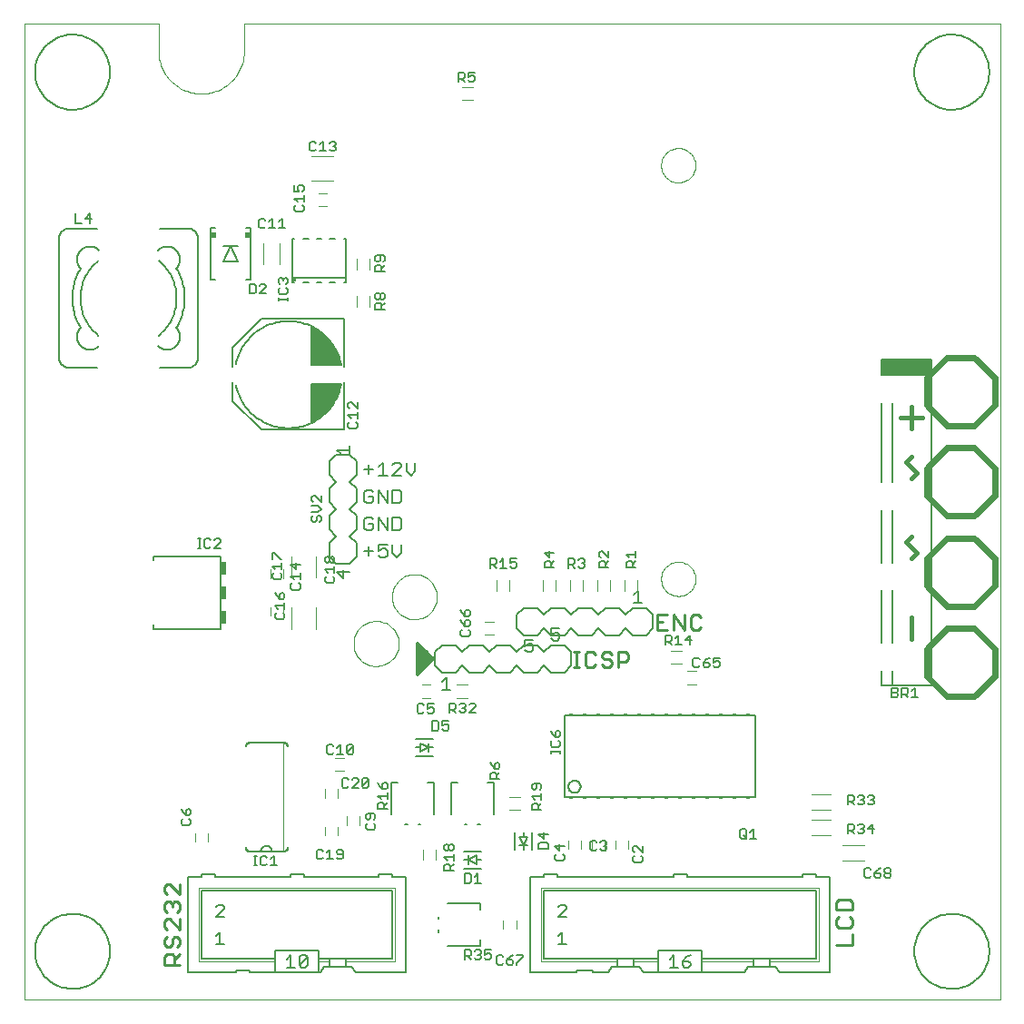
<source format=gto>
G75*
G70*
%OFA0B0*%
%FSLAX24Y24*%
%IPPOS*%
%LPD*%
%AMOC8*
5,1,8,0,0,1.08239X$1,22.5*
%
%ADD10C,0.0000*%
%ADD11C,0.0120*%
%ADD12C,0.0080*%
%ADD13C,0.0160*%
%ADD14C,0.0050*%
%ADD15R,0.1811X0.0591*%
%ADD16R,0.0118X0.0157*%
%ADD17C,0.0031*%
%ADD18R,0.0236X0.0197*%
%ADD19R,0.0125X0.0063*%
%ADD20R,0.0125X0.0063*%
%ADD21C,0.0060*%
%ADD22C,0.0100*%
%ADD23C,0.0010*%
%ADD24C,0.0020*%
%ADD25C,0.0240*%
%ADD26C,0.0110*%
%ADD27R,0.0236X0.0472*%
D10*
X001930Y001930D02*
X001930Y037757D01*
X006851Y037757D01*
X006851Y036772D01*
X006853Y036695D01*
X006859Y036618D01*
X006868Y036541D01*
X006881Y036465D01*
X006898Y036389D01*
X006919Y036315D01*
X006943Y036241D01*
X006971Y036169D01*
X007002Y036099D01*
X007037Y036030D01*
X007075Y035962D01*
X007116Y035897D01*
X007161Y035834D01*
X007209Y035773D01*
X007259Y035714D01*
X007312Y035658D01*
X007368Y035605D01*
X007427Y035555D01*
X007488Y035507D01*
X007551Y035462D01*
X007616Y035421D01*
X007684Y035383D01*
X007753Y035348D01*
X007823Y035317D01*
X007895Y035289D01*
X007969Y035265D01*
X008043Y035244D01*
X008119Y035227D01*
X008195Y035214D01*
X008272Y035205D01*
X008349Y035199D01*
X008426Y035197D01*
X008503Y035199D01*
X008580Y035205D01*
X008657Y035214D01*
X008733Y035227D01*
X008809Y035244D01*
X008883Y035265D01*
X008957Y035289D01*
X009029Y035317D01*
X009099Y035348D01*
X009168Y035383D01*
X009236Y035421D01*
X009301Y035462D01*
X009364Y035507D01*
X009425Y035555D01*
X009484Y035605D01*
X009540Y035658D01*
X009593Y035714D01*
X009643Y035773D01*
X009691Y035834D01*
X009736Y035897D01*
X009777Y035962D01*
X009815Y036030D01*
X009850Y036099D01*
X009881Y036169D01*
X009909Y036241D01*
X009933Y036315D01*
X009954Y036389D01*
X009971Y036465D01*
X009984Y036541D01*
X009993Y036618D01*
X009999Y036695D01*
X010001Y036772D01*
X010001Y037757D01*
X037757Y037757D01*
X037757Y001930D01*
X001930Y001930D01*
X014018Y015002D02*
X014021Y015077D01*
X014032Y015152D01*
X014049Y015225D01*
X014072Y015297D01*
X014102Y015366D01*
X014138Y015432D01*
X014180Y015494D01*
X014228Y015553D01*
X014281Y015606D01*
X014338Y015655D01*
X014399Y015699D01*
X014465Y015736D01*
X014533Y015768D01*
X014604Y015793D01*
X014677Y015812D01*
X014751Y015824D01*
X014826Y015829D01*
X014901Y015827D01*
X014976Y015819D01*
X015050Y015803D01*
X015122Y015781D01*
X015192Y015753D01*
X015258Y015718D01*
X015322Y015678D01*
X015381Y015631D01*
X015436Y015580D01*
X015487Y015524D01*
X015531Y015463D01*
X015570Y015399D01*
X015604Y015331D01*
X015630Y015261D01*
X015651Y015189D01*
X015664Y015115D01*
X015671Y015040D01*
X015671Y014964D01*
X015664Y014889D01*
X015651Y014815D01*
X015630Y014743D01*
X015604Y014673D01*
X015570Y014605D01*
X015531Y014541D01*
X015487Y014480D01*
X015436Y014424D01*
X015381Y014373D01*
X015322Y014326D01*
X015259Y014286D01*
X015192Y014251D01*
X015122Y014223D01*
X015050Y014201D01*
X014976Y014185D01*
X014901Y014177D01*
X014826Y014175D01*
X014751Y014180D01*
X014677Y014192D01*
X014604Y014211D01*
X014533Y014236D01*
X014465Y014268D01*
X014399Y014305D01*
X014338Y014349D01*
X014281Y014398D01*
X014228Y014451D01*
X014180Y014510D01*
X014138Y014572D01*
X014102Y014638D01*
X014072Y014707D01*
X014049Y014779D01*
X014032Y014852D01*
X014021Y014927D01*
X014018Y015002D01*
X015425Y016720D02*
X015428Y016795D01*
X015439Y016870D01*
X015456Y016943D01*
X015479Y017015D01*
X015509Y017084D01*
X015545Y017150D01*
X015587Y017212D01*
X015635Y017271D01*
X015688Y017324D01*
X015745Y017373D01*
X015806Y017417D01*
X015872Y017454D01*
X015940Y017486D01*
X016011Y017511D01*
X016084Y017530D01*
X016158Y017542D01*
X016233Y017547D01*
X016308Y017545D01*
X016383Y017537D01*
X016457Y017521D01*
X016529Y017499D01*
X016599Y017471D01*
X016665Y017436D01*
X016729Y017396D01*
X016788Y017349D01*
X016843Y017298D01*
X016894Y017242D01*
X016938Y017181D01*
X016977Y017117D01*
X017011Y017049D01*
X017037Y016979D01*
X017058Y016907D01*
X017071Y016833D01*
X017078Y016758D01*
X017078Y016682D01*
X017071Y016607D01*
X017058Y016533D01*
X017037Y016461D01*
X017011Y016391D01*
X016977Y016323D01*
X016938Y016259D01*
X016894Y016198D01*
X016843Y016142D01*
X016788Y016091D01*
X016729Y016044D01*
X016666Y016004D01*
X016599Y015969D01*
X016529Y015941D01*
X016457Y015919D01*
X016383Y015903D01*
X016308Y015895D01*
X016233Y015893D01*
X016158Y015898D01*
X016084Y015910D01*
X016011Y015929D01*
X015940Y015954D01*
X015872Y015986D01*
X015806Y016023D01*
X015745Y016067D01*
X015688Y016116D01*
X015635Y016169D01*
X015587Y016228D01*
X015545Y016290D01*
X015509Y016356D01*
X015479Y016425D01*
X015456Y016497D01*
X015439Y016570D01*
X015428Y016645D01*
X015425Y016720D01*
X025309Y017377D02*
X025312Y017434D01*
X025319Y017491D01*
X025332Y017547D01*
X025350Y017601D01*
X025373Y017654D01*
X025401Y017704D01*
X025433Y017752D01*
X025469Y017796D01*
X025509Y017837D01*
X025553Y017875D01*
X025599Y017908D01*
X025649Y017936D01*
X025701Y017960D01*
X025755Y017980D01*
X025811Y017994D01*
X025867Y018003D01*
X025925Y018007D01*
X025982Y018006D01*
X026039Y017999D01*
X026095Y017987D01*
X026150Y017971D01*
X026203Y017949D01*
X026254Y017923D01*
X026302Y017892D01*
X026348Y017857D01*
X026390Y017817D01*
X026428Y017775D01*
X026462Y017728D01*
X026492Y017679D01*
X026517Y017628D01*
X026537Y017574D01*
X026553Y017519D01*
X026563Y017463D01*
X026568Y017406D01*
X026568Y017348D01*
X026563Y017291D01*
X026553Y017235D01*
X026537Y017180D01*
X026517Y017126D01*
X026492Y017075D01*
X026462Y017026D01*
X026428Y016979D01*
X026390Y016937D01*
X026348Y016897D01*
X026302Y016862D01*
X026254Y016831D01*
X026203Y016805D01*
X026150Y016783D01*
X026095Y016767D01*
X026039Y016755D01*
X025982Y016748D01*
X025925Y016747D01*
X025867Y016751D01*
X025811Y016760D01*
X025755Y016774D01*
X025701Y016794D01*
X025649Y016818D01*
X025599Y016846D01*
X025553Y016879D01*
X025509Y016917D01*
X025469Y016958D01*
X025433Y017002D01*
X025401Y017050D01*
X025373Y017100D01*
X025350Y017153D01*
X025332Y017207D01*
X025319Y017263D01*
X025312Y017320D01*
X025309Y017377D01*
X025309Y032564D02*
X025312Y032621D01*
X025319Y032678D01*
X025332Y032734D01*
X025350Y032788D01*
X025373Y032841D01*
X025401Y032891D01*
X025433Y032939D01*
X025469Y032983D01*
X025509Y033024D01*
X025553Y033062D01*
X025599Y033095D01*
X025649Y033123D01*
X025701Y033147D01*
X025755Y033167D01*
X025811Y033181D01*
X025867Y033190D01*
X025925Y033194D01*
X025982Y033193D01*
X026039Y033186D01*
X026095Y033174D01*
X026150Y033158D01*
X026203Y033136D01*
X026254Y033110D01*
X026302Y033079D01*
X026348Y033044D01*
X026390Y033004D01*
X026428Y032962D01*
X026462Y032915D01*
X026492Y032866D01*
X026517Y032815D01*
X026537Y032761D01*
X026553Y032706D01*
X026563Y032650D01*
X026568Y032593D01*
X026568Y032535D01*
X026563Y032478D01*
X026553Y032422D01*
X026537Y032367D01*
X026517Y032313D01*
X026492Y032262D01*
X026462Y032213D01*
X026428Y032166D01*
X026390Y032124D01*
X026348Y032084D01*
X026302Y032049D01*
X026254Y032018D01*
X026203Y031992D01*
X026150Y031970D01*
X026095Y031954D01*
X026039Y031942D01*
X025982Y031935D01*
X025925Y031934D01*
X025867Y031938D01*
X025811Y031947D01*
X025755Y031961D01*
X025701Y031981D01*
X025649Y032005D01*
X025599Y032033D01*
X025553Y032066D01*
X025509Y032104D01*
X025469Y032145D01*
X025433Y032189D01*
X025401Y032237D01*
X025373Y032287D01*
X025350Y032340D01*
X025332Y032394D01*
X025319Y032450D01*
X025312Y032507D01*
X025309Y032564D01*
D11*
X016377Y015002D02*
X016377Y013877D01*
X016939Y014439D01*
X016377Y015002D01*
X016377Y014929D02*
X016449Y014929D01*
X016377Y014811D02*
X016568Y014811D01*
X016686Y014692D02*
X016377Y014692D01*
X016377Y014574D02*
X016805Y014574D01*
X016923Y014455D02*
X016377Y014455D01*
X016377Y014337D02*
X016837Y014337D01*
X016718Y014218D02*
X016377Y014218D01*
X016377Y014099D02*
X016599Y014099D01*
X016481Y013981D02*
X016377Y013981D01*
D12*
X015608Y018167D02*
X015768Y018327D01*
X015768Y018647D01*
X015448Y018647D02*
X015448Y018327D01*
X015608Y018167D01*
X015252Y018247D02*
X015252Y018407D01*
X015172Y018487D01*
X015092Y018487D01*
X014932Y018407D01*
X014932Y018647D01*
X015252Y018647D01*
X015252Y018247D02*
X015172Y018167D01*
X015012Y018167D01*
X014932Y018247D01*
X014737Y018407D02*
X014417Y018407D01*
X014577Y018567D02*
X014577Y018247D01*
X014657Y019167D02*
X014737Y019247D01*
X014737Y019407D01*
X014577Y019407D01*
X014737Y019567D02*
X014657Y019647D01*
X014497Y019647D01*
X014417Y019567D01*
X014417Y019247D01*
X014497Y019167D01*
X014657Y019167D01*
X014932Y019167D02*
X014932Y019647D01*
X015252Y019167D01*
X015252Y019647D01*
X015448Y019647D02*
X015688Y019647D01*
X015768Y019567D01*
X015768Y019247D01*
X015688Y019167D01*
X015448Y019167D01*
X015448Y019647D01*
X015448Y020167D02*
X015688Y020167D01*
X015768Y020247D01*
X015768Y020567D01*
X015688Y020647D01*
X015448Y020647D01*
X015448Y020167D01*
X015252Y020167D02*
X015252Y020647D01*
X014932Y020647D02*
X015252Y020167D01*
X014932Y020167D02*
X014932Y020647D01*
X014737Y020567D02*
X014657Y020647D01*
X014497Y020647D01*
X014417Y020567D01*
X014417Y020247D01*
X014497Y020167D01*
X014657Y020167D01*
X014737Y020247D01*
X014737Y020407D01*
X014577Y020407D01*
X014932Y021167D02*
X015252Y021167D01*
X015092Y021167D02*
X015092Y021647D01*
X014932Y021487D01*
X014737Y021407D02*
X014417Y021407D01*
X014577Y021567D02*
X014577Y021247D01*
X015448Y021167D02*
X015768Y021487D01*
X015768Y021567D01*
X015688Y021647D01*
X015528Y021647D01*
X015448Y021567D01*
X015448Y021167D02*
X015768Y021167D01*
X015964Y021327D02*
X015964Y021647D01*
X016284Y021647D02*
X016284Y021327D01*
X016124Y021167D01*
X015964Y021327D01*
D13*
X034102Y023307D02*
X034902Y023307D01*
X034502Y023707D02*
X034502Y022907D01*
X034502Y021883D02*
X034302Y021683D01*
X034702Y021283D01*
X034502Y021083D01*
X034502Y018933D02*
X034302Y018733D01*
X034702Y018333D01*
X034502Y018133D01*
X034502Y015983D02*
X034502Y015183D01*
D14*
X033802Y015030D02*
X033802Y016959D01*
X033409Y016959D02*
X033409Y015030D01*
X033409Y014006D02*
X033409Y013455D01*
X033802Y013455D01*
X033802Y014006D01*
X033802Y013455D02*
X035220Y013455D01*
X035220Y025423D01*
X033802Y025423D01*
X033802Y024872D01*
X033409Y024872D02*
X033409Y025423D01*
X033802Y025423D01*
X033802Y023849D02*
X033802Y020935D01*
X033409Y020935D02*
X033409Y023849D01*
X033409Y019911D02*
X033409Y017982D01*
X033802Y017982D02*
X033802Y019911D01*
X027454Y014477D02*
X027221Y014477D01*
X027221Y014302D01*
X027338Y014360D01*
X027396Y014360D01*
X027454Y014302D01*
X027454Y014185D01*
X027396Y014127D01*
X027279Y014127D01*
X027221Y014185D01*
X027086Y014185D02*
X027086Y014244D01*
X027028Y014302D01*
X026853Y014302D01*
X026853Y014185D01*
X026911Y014127D01*
X027028Y014127D01*
X027086Y014185D01*
X026853Y014302D02*
X026969Y014419D01*
X027086Y014477D01*
X026718Y014419D02*
X026659Y014477D01*
X026543Y014477D01*
X026484Y014419D01*
X026484Y014185D01*
X026543Y014127D01*
X026659Y014127D01*
X026718Y014185D01*
X026376Y014964D02*
X026376Y015314D01*
X026201Y015139D01*
X026434Y015139D01*
X026066Y014964D02*
X025832Y014964D01*
X025949Y014964D02*
X025949Y015314D01*
X025832Y015198D01*
X025698Y015256D02*
X025698Y015139D01*
X025639Y015081D01*
X025464Y015081D01*
X025581Y015081D02*
X025698Y014964D01*
X025464Y014964D02*
X025464Y015314D01*
X025639Y015314D01*
X025698Y015256D01*
X024617Y016489D02*
X024316Y016489D01*
X024467Y016489D02*
X024467Y016939D01*
X024316Y016789D01*
X024260Y017790D02*
X024260Y017965D01*
X024202Y018023D01*
X024085Y018023D01*
X024026Y017965D01*
X024026Y017790D01*
X024377Y017790D01*
X024260Y017907D02*
X024377Y018023D01*
X024377Y018158D02*
X024377Y018392D01*
X024377Y018275D02*
X024026Y018275D01*
X024143Y018158D01*
X023377Y018158D02*
X023143Y018392D01*
X023085Y018392D01*
X023026Y018333D01*
X023026Y018217D01*
X023085Y018158D01*
X023085Y018023D02*
X023202Y018023D01*
X023260Y017965D01*
X023260Y017790D01*
X023260Y017907D02*
X023377Y018023D01*
X023377Y018158D02*
X023377Y018392D01*
X023085Y018023D02*
X023026Y017965D01*
X023026Y017790D01*
X023377Y017790D01*
X022503Y017835D02*
X022445Y017777D01*
X022328Y017777D01*
X022270Y017835D01*
X022135Y017777D02*
X022018Y017893D01*
X022077Y017893D02*
X021902Y017893D01*
X021902Y017777D02*
X021902Y018127D01*
X022077Y018127D01*
X022135Y018069D01*
X022135Y017952D01*
X022077Y017893D01*
X022270Y018069D02*
X022328Y018127D01*
X022445Y018127D01*
X022503Y018069D01*
X022503Y018010D01*
X022445Y017952D01*
X022503Y017893D01*
X022503Y017835D01*
X022445Y017952D02*
X022387Y017952D01*
X021377Y018023D02*
X021260Y017907D01*
X021260Y017965D02*
X021260Y017790D01*
X021377Y017790D02*
X021026Y017790D01*
X021026Y017965D01*
X021085Y018023D01*
X021202Y018023D01*
X021260Y017965D01*
X021202Y018158D02*
X021202Y018392D01*
X021377Y018333D02*
X021026Y018333D01*
X021202Y018158D01*
X019997Y018127D02*
X019763Y018127D01*
X019763Y017952D01*
X019880Y018010D01*
X019938Y018010D01*
X019997Y017952D01*
X019997Y017835D01*
X019938Y017777D01*
X019822Y017777D01*
X019763Y017835D01*
X019628Y017777D02*
X019395Y017777D01*
X019512Y017777D02*
X019512Y018127D01*
X019395Y018010D01*
X019260Y017952D02*
X019202Y017893D01*
X019027Y017893D01*
X019143Y017893D02*
X019260Y017777D01*
X019260Y017952D02*
X019260Y018068D01*
X019202Y018127D01*
X019027Y018127D01*
X019027Y017777D01*
X018231Y016247D02*
X018172Y016247D01*
X018114Y016188D01*
X018114Y016013D01*
X018231Y016013D01*
X018289Y016072D01*
X018289Y016188D01*
X018231Y016247D01*
X017997Y016130D02*
X018114Y016013D01*
X018172Y015879D02*
X018114Y015820D01*
X018114Y015645D01*
X018231Y015645D01*
X018289Y015703D01*
X018289Y015820D01*
X018231Y015879D01*
X018172Y015879D01*
X017997Y015762D02*
X017939Y015879D01*
X017997Y015762D02*
X018114Y015645D01*
X018231Y015510D02*
X018289Y015452D01*
X018289Y015335D01*
X018231Y015277D01*
X017997Y015277D01*
X017939Y015335D01*
X017939Y015452D01*
X017997Y015510D01*
X017997Y016130D02*
X017939Y016247D01*
X017427Y013764D02*
X017427Y013314D01*
X017277Y013314D02*
X017577Y013314D01*
X017277Y013614D02*
X017427Y013764D01*
X017527Y012814D02*
X017702Y012814D01*
X017760Y012756D01*
X017760Y012639D01*
X017702Y012581D01*
X017527Y012581D01*
X017643Y012581D02*
X017760Y012464D01*
X017895Y012523D02*
X017953Y012464D01*
X018070Y012464D01*
X018129Y012523D01*
X018129Y012581D01*
X018070Y012639D01*
X018012Y012639D01*
X018070Y012639D02*
X018129Y012698D01*
X018129Y012756D01*
X018070Y012814D01*
X017953Y012814D01*
X017895Y012756D01*
X018263Y012756D02*
X018322Y012814D01*
X018438Y012814D01*
X018497Y012756D01*
X018497Y012698D01*
X018263Y012464D01*
X018497Y012464D01*
X017527Y012464D02*
X017527Y012814D01*
X016954Y012789D02*
X016721Y012789D01*
X016721Y012614D01*
X016838Y012673D01*
X016896Y012673D01*
X016954Y012614D01*
X016954Y012497D01*
X016896Y012439D01*
X016779Y012439D01*
X016721Y012497D01*
X016586Y012497D02*
X016528Y012439D01*
X016411Y012439D01*
X016352Y012497D01*
X016352Y012731D01*
X016411Y012789D01*
X016528Y012789D01*
X016586Y012731D01*
X016915Y012164D02*
X017090Y012164D01*
X017149Y012106D01*
X017149Y011872D01*
X017090Y011814D01*
X016915Y011814D01*
X016915Y012164D01*
X017283Y012164D02*
X017283Y011989D01*
X017400Y012048D01*
X017458Y012048D01*
X017517Y011989D01*
X017517Y011872D01*
X017458Y011814D01*
X017342Y011814D01*
X017283Y011872D01*
X017283Y012164D02*
X017517Y012164D01*
X016942Y011504D02*
X016312Y011504D01*
X016469Y011347D02*
X016784Y011189D01*
X016942Y011189D01*
X016784Y011189D02*
X016469Y011032D01*
X016469Y011189D01*
X016312Y011189D01*
X016469Y011189D02*
X016469Y011347D01*
X016784Y011347D02*
X016784Y011189D01*
X016784Y011032D01*
X016942Y010874D02*
X016312Y010874D01*
X016740Y009914D02*
X016976Y009914D01*
X016976Y008733D01*
X016465Y008378D02*
X016386Y008378D01*
X015992Y008378D02*
X015914Y008378D01*
X015402Y008733D02*
X015402Y009914D01*
X015638Y009914D01*
X015252Y009834D02*
X015193Y009892D01*
X015135Y009892D01*
X015076Y009834D01*
X015076Y009658D01*
X015193Y009658D01*
X015252Y009717D01*
X015252Y009834D01*
X015076Y009658D02*
X014960Y009775D01*
X014901Y009892D01*
X014559Y010006D02*
X014326Y009773D01*
X014384Y009714D01*
X014501Y009714D01*
X014559Y009773D01*
X014559Y010006D01*
X014501Y010065D01*
X014384Y010065D01*
X014326Y010006D01*
X014326Y009773D01*
X014191Y009714D02*
X013957Y009714D01*
X014191Y009948D01*
X014191Y010006D01*
X014133Y010065D01*
X014016Y010065D01*
X013957Y010006D01*
X013823Y010006D02*
X013764Y010065D01*
X013647Y010065D01*
X013589Y010006D01*
X013589Y009773D01*
X013647Y009714D01*
X013764Y009714D01*
X013823Y009773D01*
X014522Y008767D02*
X014464Y008708D01*
X014464Y008592D01*
X014522Y008533D01*
X014581Y008533D01*
X014639Y008592D01*
X014639Y008767D01*
X014756Y008767D02*
X014522Y008767D01*
X014756Y008767D02*
X014814Y008708D01*
X014814Y008592D01*
X014756Y008533D01*
X014756Y008399D02*
X014814Y008340D01*
X014814Y008223D01*
X014756Y008165D01*
X014522Y008165D01*
X014464Y008223D01*
X014464Y008340D01*
X014522Y008399D01*
X014901Y008922D02*
X014901Y009097D01*
X014960Y009155D01*
X015076Y009155D01*
X015135Y009097D01*
X015135Y008922D01*
X015135Y009039D02*
X015252Y009155D01*
X015252Y009290D02*
X015252Y009524D01*
X015252Y009407D02*
X014901Y009407D01*
X015018Y009290D01*
X014901Y008922D02*
X015252Y008922D01*
X013622Y007381D02*
X013563Y007439D01*
X013447Y007439D01*
X013388Y007381D01*
X013388Y007323D01*
X013447Y007264D01*
X013622Y007264D01*
X013622Y007148D02*
X013622Y007381D01*
X013622Y007148D02*
X013563Y007089D01*
X013447Y007089D01*
X013388Y007148D01*
X013253Y007089D02*
X013020Y007089D01*
X013137Y007089D02*
X013137Y007439D01*
X013020Y007323D01*
X012885Y007381D02*
X012827Y007439D01*
X012710Y007439D01*
X012652Y007381D01*
X012652Y007148D01*
X012710Y007089D01*
X012827Y007089D01*
X012885Y007148D01*
X011204Y006852D02*
X010971Y006852D01*
X011088Y006852D02*
X011088Y007202D01*
X010971Y007085D01*
X010836Y007144D02*
X010778Y007202D01*
X010661Y007202D01*
X010602Y007144D01*
X010602Y006910D01*
X010661Y006852D01*
X010778Y006852D01*
X010836Y006910D01*
X010474Y006852D02*
X010357Y006852D01*
X010415Y006852D02*
X010415Y007202D01*
X010357Y007202D02*
X010474Y007202D01*
X009189Y005415D02*
X009039Y005415D01*
X008964Y005339D01*
X009189Y005415D02*
X009264Y005339D01*
X009264Y005264D01*
X008964Y004964D01*
X009264Y004964D01*
X009114Y004415D02*
X009114Y003964D01*
X008964Y003964D02*
X009264Y003964D01*
X008964Y004264D02*
X009114Y004415D01*
X011564Y003414D02*
X011714Y003565D01*
X011714Y003114D01*
X011564Y003114D02*
X011864Y003114D01*
X012024Y003189D02*
X012325Y003489D01*
X012325Y003189D01*
X012250Y003114D01*
X012099Y003114D01*
X012024Y003189D01*
X012024Y003489D01*
X012099Y003565D01*
X012250Y003565D01*
X012325Y003489D01*
X017129Y004414D02*
X017129Y004492D01*
X017129Y004886D02*
X017129Y004965D01*
X017483Y005477D02*
X018664Y005477D01*
X018664Y005240D01*
X018691Y006214D02*
X018457Y006214D01*
X018574Y006214D02*
X018574Y006564D01*
X018457Y006448D01*
X018323Y006506D02*
X018264Y006564D01*
X018089Y006564D01*
X018089Y006214D01*
X018264Y006214D01*
X018323Y006272D01*
X018323Y006506D01*
X018062Y006749D02*
X018692Y006749D01*
X018534Y006907D02*
X018219Y007064D01*
X018062Y007064D01*
X018219Y007064D02*
X018534Y007222D01*
X018534Y007064D01*
X018692Y007064D01*
X018534Y007064D02*
X018534Y006907D01*
X018219Y006907D02*
X018219Y007064D01*
X018219Y007222D01*
X018062Y007379D02*
X018692Y007379D01*
X018652Y008379D02*
X018574Y008379D01*
X018180Y008379D02*
X018101Y008379D01*
X017589Y008733D02*
X017589Y009914D01*
X017825Y009914D01*
X018928Y009914D02*
X019164Y009914D01*
X019164Y008733D01*
X019937Y008067D02*
X019937Y007437D01*
X020094Y007594D02*
X020252Y007594D01*
X020252Y007437D01*
X020252Y007594D02*
X020094Y007909D01*
X020252Y007909D01*
X020252Y008067D01*
X020252Y007909D02*
X020409Y007909D01*
X020252Y007594D01*
X020409Y007594D01*
X020567Y007437D02*
X020567Y008067D01*
X020814Y008008D02*
X020989Y007832D01*
X020989Y008066D01*
X021164Y008008D02*
X020814Y008008D01*
X020872Y007698D02*
X020814Y007639D01*
X020814Y007464D01*
X021164Y007464D01*
X021164Y007639D01*
X021106Y007698D01*
X020872Y007698D01*
X021401Y007583D02*
X021577Y007408D01*
X021577Y007642D01*
X021752Y007583D02*
X021401Y007583D01*
X021460Y007274D02*
X021401Y007215D01*
X021401Y007098D01*
X021460Y007040D01*
X021693Y007040D01*
X021752Y007098D01*
X021752Y007215D01*
X021693Y007274D01*
X022714Y007460D02*
X022772Y007402D01*
X022889Y007402D01*
X022948Y007460D01*
X023082Y007460D02*
X023141Y007402D01*
X023258Y007402D01*
X023316Y007460D01*
X023316Y007518D01*
X023258Y007577D01*
X023199Y007577D01*
X023258Y007577D02*
X023316Y007635D01*
X023316Y007694D01*
X023258Y007752D01*
X023141Y007752D01*
X023082Y007694D01*
X022948Y007694D02*
X022889Y007752D01*
X022772Y007752D01*
X022714Y007694D01*
X022714Y007460D01*
X024276Y007404D02*
X024335Y007346D01*
X024276Y007404D02*
X024276Y007521D01*
X024335Y007579D01*
X024393Y007579D01*
X024627Y007346D01*
X024627Y007579D01*
X024568Y007211D02*
X024627Y007153D01*
X024627Y007036D01*
X024568Y006977D01*
X024335Y006977D01*
X024276Y007036D01*
X024276Y007153D01*
X024335Y007211D01*
X021827Y005339D02*
X021752Y005414D01*
X021602Y005414D01*
X021527Y005339D01*
X021827Y005339D02*
X021827Y005264D01*
X021527Y004964D01*
X021827Y004964D01*
X021677Y004414D02*
X021677Y003964D01*
X021527Y003964D02*
X021827Y003964D01*
X021527Y004264D02*
X021677Y004414D01*
X020247Y003564D02*
X020247Y003506D01*
X020013Y003272D01*
X020013Y003214D01*
X019878Y003272D02*
X019878Y003331D01*
X019820Y003389D01*
X019645Y003389D01*
X019645Y003272D01*
X019703Y003214D01*
X019820Y003214D01*
X019878Y003272D01*
X019645Y003389D02*
X019762Y003506D01*
X019878Y003564D01*
X020013Y003564D02*
X020247Y003564D01*
X019510Y003506D02*
X019452Y003564D01*
X019335Y003564D01*
X019277Y003506D01*
X019277Y003272D01*
X019335Y003214D01*
X019452Y003214D01*
X019510Y003272D01*
X019059Y003460D02*
X019059Y003577D01*
X019001Y003635D01*
X018942Y003635D01*
X018826Y003577D01*
X018826Y003752D01*
X019059Y003752D01*
X019059Y003460D02*
X019001Y003402D01*
X018884Y003402D01*
X018826Y003460D01*
X018691Y003460D02*
X018633Y003402D01*
X018516Y003402D01*
X018457Y003460D01*
X018323Y003402D02*
X018206Y003518D01*
X018264Y003518D02*
X018089Y003518D01*
X018089Y003402D02*
X018089Y003752D01*
X018264Y003752D01*
X018323Y003694D01*
X018323Y003577D01*
X018264Y003518D01*
X018457Y003694D02*
X018516Y003752D01*
X018633Y003752D01*
X018691Y003694D01*
X018691Y003635D01*
X018633Y003577D01*
X018691Y003518D01*
X018691Y003460D01*
X018633Y003577D02*
X018574Y003577D01*
X018664Y003902D02*
X018664Y004138D01*
X018664Y003902D02*
X017483Y003902D01*
X017572Y006672D02*
X017572Y006847D01*
X017514Y006905D01*
X017397Y006905D01*
X017339Y006847D01*
X017339Y006672D01*
X017689Y006672D01*
X017572Y006788D02*
X017689Y006905D01*
X017689Y007040D02*
X017689Y007274D01*
X017689Y007157D02*
X017339Y007157D01*
X017456Y007040D01*
X017456Y007408D02*
X017397Y007408D01*
X017339Y007467D01*
X017339Y007583D01*
X017397Y007642D01*
X017456Y007642D01*
X017514Y007583D01*
X017514Y007467D01*
X017456Y007408D01*
X017514Y007467D02*
X017572Y007408D01*
X017631Y007408D01*
X017689Y007467D01*
X017689Y007583D01*
X017631Y007642D01*
X017572Y007642D01*
X017514Y007583D01*
X019026Y010040D02*
X019026Y010215D01*
X019085Y010273D01*
X019201Y010273D01*
X019260Y010215D01*
X019260Y010040D01*
X019377Y010040D02*
X019026Y010040D01*
X019260Y010157D02*
X019377Y010273D01*
X019318Y010408D02*
X019377Y010467D01*
X019377Y010583D01*
X019318Y010642D01*
X019260Y010642D01*
X019201Y010583D01*
X019201Y010408D01*
X019318Y010408D01*
X019201Y010408D02*
X019085Y010525D01*
X019026Y010642D01*
X020564Y009813D02*
X020564Y009697D01*
X020622Y009638D01*
X020681Y009638D01*
X020739Y009697D01*
X020739Y009872D01*
X020856Y009872D02*
X020622Y009872D01*
X020564Y009813D01*
X020856Y009872D02*
X020914Y009813D01*
X020914Y009697D01*
X020856Y009638D01*
X020914Y009503D02*
X020914Y009270D01*
X020914Y009387D02*
X020564Y009387D01*
X020681Y009270D01*
X020739Y009135D02*
X020797Y009077D01*
X020797Y008902D01*
X020797Y009018D02*
X020914Y009135D01*
X020739Y009135D02*
X020622Y009135D01*
X020564Y009077D01*
X020564Y008902D01*
X020914Y008902D01*
X021752Y009377D02*
X028752Y009377D01*
X028752Y012377D01*
X021752Y012377D01*
X021752Y009377D01*
X021902Y009752D02*
X021904Y009782D01*
X021910Y009811D01*
X021920Y009840D01*
X021933Y009867D01*
X021950Y009891D01*
X021971Y009914D01*
X021994Y009933D01*
X022019Y009949D01*
X022046Y009962D01*
X022075Y009971D01*
X022104Y009976D01*
X022135Y009977D01*
X022164Y009974D01*
X022194Y009967D01*
X022222Y009956D01*
X022248Y009942D01*
X022272Y009924D01*
X022294Y009903D01*
X022312Y009879D01*
X022328Y009853D01*
X022340Y009826D01*
X022347Y009797D01*
X022351Y009767D01*
X022351Y009737D01*
X022347Y009707D01*
X022340Y009678D01*
X022328Y009651D01*
X022312Y009625D01*
X022294Y009601D01*
X022272Y009580D01*
X022248Y009562D01*
X022222Y009548D01*
X022194Y009537D01*
X022164Y009530D01*
X022135Y009527D01*
X022104Y009528D01*
X022075Y009533D01*
X022046Y009542D01*
X022019Y009555D01*
X021994Y009571D01*
X021971Y009590D01*
X021950Y009613D01*
X021933Y009637D01*
X021920Y009664D01*
X021910Y009693D01*
X021904Y009722D01*
X021902Y009752D01*
X021602Y010964D02*
X021602Y011081D01*
X021602Y011023D02*
X021251Y011023D01*
X021251Y011081D02*
X021251Y010964D01*
X021310Y011210D02*
X021543Y011210D01*
X021602Y011268D01*
X021602Y011385D01*
X021543Y011443D01*
X021543Y011578D02*
X021602Y011636D01*
X021602Y011753D01*
X021543Y011811D01*
X021485Y011811D01*
X021427Y011753D01*
X021427Y011578D01*
X021543Y011578D01*
X021427Y011578D02*
X021310Y011695D01*
X021251Y011811D01*
X021310Y011443D02*
X021251Y011385D01*
X021251Y011268D01*
X021310Y011210D01*
X020542Y014689D02*
X020391Y014689D01*
X020316Y014764D01*
X020316Y014914D02*
X020467Y014989D01*
X020542Y014989D01*
X020617Y014914D01*
X020617Y014764D01*
X020542Y014689D01*
X020316Y014914D02*
X020316Y015139D01*
X020617Y015139D01*
X021277Y015189D02*
X021352Y015114D01*
X021502Y015114D01*
X021577Y015189D01*
X021577Y015339D01*
X021502Y015414D01*
X021427Y015414D01*
X021277Y015339D01*
X021277Y015564D01*
X021577Y015564D01*
X014017Y011231D02*
X014017Y010997D01*
X013958Y010939D01*
X013842Y010939D01*
X013783Y010997D01*
X014017Y011231D01*
X013958Y011289D01*
X013842Y011289D01*
X013783Y011231D01*
X013783Y010997D01*
X013649Y010939D02*
X013415Y010939D01*
X013532Y010939D02*
X013532Y011289D01*
X013415Y011173D01*
X013280Y011231D02*
X013222Y011289D01*
X013105Y011289D01*
X013047Y011231D01*
X013047Y010997D01*
X013105Y010939D01*
X013222Y010939D01*
X013280Y010997D01*
X009118Y015538D02*
X009118Y018215D01*
X006677Y018215D01*
X006677Y018058D01*
X008294Y018502D02*
X008411Y018502D01*
X008353Y018502D02*
X008353Y018852D01*
X008411Y018852D02*
X008294Y018852D01*
X008540Y018793D02*
X008540Y018560D01*
X008598Y018502D01*
X008715Y018502D01*
X008774Y018560D01*
X008908Y018502D02*
X009142Y018735D01*
X009142Y018793D01*
X009083Y018852D01*
X008967Y018852D01*
X008908Y018793D01*
X008774Y018793D02*
X008715Y018852D01*
X008598Y018852D01*
X008540Y018793D01*
X008908Y018502D02*
X009142Y018502D01*
X011026Y018329D02*
X011026Y018096D01*
X011026Y018329D02*
X011085Y018329D01*
X011318Y018096D01*
X011376Y018096D01*
X011376Y017961D02*
X011376Y017728D01*
X011376Y017844D02*
X011026Y017844D01*
X011143Y017728D01*
X011085Y017593D02*
X011026Y017534D01*
X011026Y017418D01*
X011085Y017359D01*
X011318Y017359D01*
X011376Y017418D01*
X011376Y017534D01*
X011318Y017593D01*
X011714Y017469D02*
X011831Y017352D01*
X011772Y017218D02*
X011714Y017159D01*
X011714Y017042D01*
X011772Y016984D01*
X012006Y016984D01*
X012064Y017042D01*
X012064Y017159D01*
X012006Y017218D01*
X012064Y017352D02*
X012064Y017586D01*
X012064Y017469D02*
X011714Y017469D01*
X011889Y017721D02*
X011889Y017954D01*
X012064Y017896D02*
X011714Y017896D01*
X011889Y017721D01*
X011418Y016872D02*
X011360Y016872D01*
X011301Y016813D01*
X011301Y016638D01*
X011418Y016638D01*
X011477Y016696D01*
X011477Y016813D01*
X011418Y016872D01*
X011185Y016755D02*
X011301Y016638D01*
X011185Y016755D02*
X011126Y016872D01*
X011126Y016387D02*
X011477Y016387D01*
X011477Y016503D02*
X011477Y016270D01*
X011418Y016135D02*
X011477Y016077D01*
X011477Y015960D01*
X011418Y015902D01*
X011185Y015902D01*
X011126Y015960D01*
X011126Y016077D01*
X011185Y016135D01*
X011243Y016270D02*
X011126Y016387D01*
X012964Y017293D02*
X013022Y017234D01*
X013256Y017234D01*
X013314Y017293D01*
X013314Y017409D01*
X013256Y017468D01*
X013314Y017602D02*
X013314Y017836D01*
X013314Y017719D02*
X012964Y017719D01*
X013081Y017602D01*
X013022Y017468D02*
X012964Y017409D01*
X012964Y017293D01*
X013401Y017629D02*
X013626Y017404D01*
X013626Y017704D01*
X013401Y017629D02*
X013852Y017629D01*
X013314Y018029D02*
X013256Y017971D01*
X013197Y017971D01*
X013139Y018029D01*
X013139Y018146D01*
X013197Y018204D01*
X013256Y018204D01*
X013314Y018146D01*
X013314Y018029D01*
X013139Y018029D02*
X013081Y017971D01*
X013022Y017971D01*
X012964Y018029D01*
X012964Y018146D01*
X013022Y018204D01*
X013081Y018204D01*
X013139Y018146D01*
X012768Y019464D02*
X012827Y019522D01*
X012827Y019639D01*
X012768Y019698D01*
X012710Y019698D01*
X012651Y019639D01*
X012651Y019522D01*
X012593Y019464D01*
X012535Y019464D01*
X012476Y019522D01*
X012476Y019639D01*
X012535Y019698D01*
X012476Y019832D02*
X012710Y019832D01*
X012827Y019949D01*
X012710Y020066D01*
X012476Y020066D01*
X012535Y020201D02*
X012476Y020259D01*
X012476Y020376D01*
X012535Y020434D01*
X012593Y020434D01*
X012827Y020201D01*
X012827Y020434D01*
X013551Y021954D02*
X013401Y022104D01*
X013852Y022104D01*
X013852Y021954D02*
X013852Y022254D01*
X013674Y022869D02*
X013674Y024601D01*
X013556Y024522D02*
X012453Y024522D01*
X012453Y023105D01*
X012985Y023499D01*
X013320Y023932D01*
X013556Y024522D01*
X013549Y024505D02*
X012453Y024505D01*
X012453Y024457D02*
X013529Y024457D01*
X013510Y024408D02*
X012453Y024408D01*
X012453Y024359D02*
X013491Y024359D01*
X013471Y024311D02*
X012453Y024311D01*
X012453Y024262D02*
X013452Y024262D01*
X013432Y024214D02*
X012453Y024214D01*
X012453Y024165D02*
X013413Y024165D01*
X013394Y024117D02*
X012453Y024117D01*
X012453Y024068D02*
X013374Y024068D01*
X013355Y024020D02*
X012453Y024020D01*
X012453Y023971D02*
X013335Y023971D01*
X013312Y023923D02*
X012453Y023923D01*
X012453Y023874D02*
X013275Y023874D01*
X013237Y023825D02*
X012453Y023825D01*
X012453Y023777D02*
X013200Y023777D01*
X013162Y023728D02*
X012453Y023728D01*
X012453Y023680D02*
X013125Y023680D01*
X013087Y023631D02*
X012453Y023631D01*
X012453Y023583D02*
X013050Y023583D01*
X013012Y023534D02*
X012453Y023534D01*
X012453Y023486D02*
X012967Y023486D01*
X012902Y023437D02*
X012453Y023437D01*
X012453Y023389D02*
X012836Y023389D01*
X012771Y023340D02*
X012453Y023340D01*
X012453Y023291D02*
X012705Y023291D01*
X012640Y023243D02*
X012453Y023243D01*
X012453Y023194D02*
X012574Y023194D01*
X012509Y023146D02*
X012453Y023146D01*
X013674Y022869D02*
X010642Y022869D01*
X009579Y023892D01*
X009579Y024601D01*
X009579Y025152D02*
X009579Y025861D01*
X010642Y026924D01*
X013674Y026924D01*
X013674Y025152D01*
X013556Y025231D02*
X012453Y025231D01*
X012453Y026648D01*
X012985Y026255D01*
X013320Y025822D01*
X013556Y025231D01*
X013555Y025233D02*
X012453Y025233D01*
X012453Y025282D02*
X013535Y025282D01*
X013516Y025330D02*
X012453Y025330D01*
X012453Y025379D02*
X013497Y025379D01*
X013477Y025427D02*
X012453Y025427D01*
X012453Y025476D02*
X013458Y025476D01*
X013438Y025524D02*
X012453Y025524D01*
X012453Y025573D02*
X013419Y025573D01*
X013399Y025622D02*
X012453Y025622D01*
X012453Y025670D02*
X013380Y025670D01*
X013361Y025719D02*
X012453Y025719D01*
X012453Y025767D02*
X013341Y025767D01*
X013322Y025816D02*
X012453Y025816D01*
X012453Y025864D02*
X013286Y025864D01*
X013249Y025913D02*
X012453Y025913D01*
X012453Y025961D02*
X013211Y025961D01*
X013174Y026010D02*
X012453Y026010D01*
X012453Y026058D02*
X013136Y026058D01*
X013099Y026107D02*
X012453Y026107D01*
X012453Y026156D02*
X013061Y026156D01*
X013024Y026204D02*
X012453Y026204D01*
X012453Y026253D02*
X012986Y026253D01*
X012922Y026301D02*
X012453Y026301D01*
X012453Y026350D02*
X012856Y026350D01*
X012791Y026398D02*
X012453Y026398D01*
X012453Y026447D02*
X012725Y026447D01*
X012660Y026495D02*
X012453Y026495D01*
X012453Y026544D02*
X012594Y026544D01*
X012529Y026592D02*
X012453Y026592D01*
X012453Y026641D02*
X012463Y026641D01*
X011602Y027589D02*
X011602Y027706D01*
X011602Y027647D02*
X011251Y027647D01*
X011251Y027589D02*
X011251Y027706D01*
X011310Y027835D02*
X011543Y027835D01*
X011602Y027893D01*
X011602Y028010D01*
X011543Y028068D01*
X011543Y028203D02*
X011602Y028261D01*
X011602Y028378D01*
X011543Y028436D01*
X011485Y028436D01*
X011426Y028378D01*
X011426Y028320D01*
X011426Y028378D02*
X011368Y028436D01*
X011310Y028436D01*
X011251Y028378D01*
X011251Y028261D01*
X011310Y028203D01*
X011310Y028068D02*
X011251Y028010D01*
X011251Y027893D01*
X011310Y027835D01*
X010792Y027852D02*
X010558Y027852D01*
X010792Y028085D01*
X010792Y028144D01*
X010733Y028202D01*
X010617Y028202D01*
X010558Y028144D01*
X010423Y028144D02*
X010365Y028202D01*
X010190Y028202D01*
X010190Y027852D01*
X010365Y027852D01*
X010423Y027910D01*
X010423Y028144D01*
X010250Y028369D02*
X010053Y028369D01*
X010250Y028369D02*
X010250Y030259D01*
X010053Y030259D01*
X010547Y030310D02*
X010605Y030252D01*
X010722Y030252D01*
X010780Y030310D01*
X010915Y030252D02*
X011149Y030252D01*
X011032Y030252D02*
X011032Y030602D01*
X010915Y030485D01*
X010780Y030544D02*
X010722Y030602D01*
X010605Y030602D01*
X010547Y030544D01*
X010547Y030310D01*
X011283Y030252D02*
X011517Y030252D01*
X011400Y030252D02*
X011400Y030602D01*
X011283Y030485D01*
X011839Y030918D02*
X011897Y030859D01*
X012131Y030859D01*
X012189Y030918D01*
X012189Y031034D01*
X012131Y031093D01*
X012189Y031228D02*
X012189Y031461D01*
X012189Y031344D02*
X011839Y031344D01*
X011956Y031228D01*
X011897Y031093D02*
X011839Y031034D01*
X011839Y030918D01*
X011839Y031596D02*
X012014Y031596D01*
X011956Y031713D01*
X011956Y031771D01*
X012014Y031829D01*
X012131Y031829D01*
X012189Y031771D01*
X012189Y031654D01*
X012131Y031596D01*
X011839Y031596D02*
X011839Y031829D01*
X012460Y033089D02*
X012577Y033089D01*
X012635Y033147D01*
X012770Y033089D02*
X013003Y033089D01*
X012887Y033089D02*
X012887Y033439D01*
X012770Y033323D01*
X012635Y033381D02*
X012577Y033439D01*
X012460Y033439D01*
X012402Y033381D01*
X012402Y033147D01*
X012460Y033089D01*
X013138Y033147D02*
X013196Y033089D01*
X013313Y033089D01*
X013372Y033147D01*
X013372Y033206D01*
X013313Y033264D01*
X013255Y033264D01*
X013313Y033264D02*
X013372Y033323D01*
X013372Y033381D01*
X013313Y033439D01*
X013196Y033439D01*
X013138Y033381D01*
X013145Y029852D02*
X013342Y029852D01*
X013657Y029852D02*
X013736Y029852D01*
X013736Y028434D01*
X011767Y028434D01*
X011767Y028277D01*
X011846Y028277D01*
X011767Y028434D02*
X011767Y029852D01*
X011846Y029852D01*
X012161Y029852D02*
X012358Y029852D01*
X012673Y029852D02*
X012830Y029852D01*
X012830Y028277D02*
X012673Y028277D01*
X012358Y028277D02*
X012161Y028277D01*
X013145Y028277D02*
X013342Y028277D01*
X013657Y028277D02*
X013736Y028277D01*
X013736Y028434D01*
X014814Y028652D02*
X014814Y028827D01*
X014872Y028885D01*
X014989Y028885D01*
X015047Y028827D01*
X015047Y028652D01*
X015047Y028769D02*
X015164Y028885D01*
X015106Y029020D02*
X015164Y029078D01*
X015164Y029195D01*
X015106Y029254D01*
X014872Y029254D01*
X014814Y029195D01*
X014814Y029078D01*
X014872Y029020D01*
X014931Y029020D01*
X014989Y029078D01*
X014989Y029254D01*
X015164Y028652D02*
X014814Y028652D01*
X014872Y027878D02*
X014930Y027878D01*
X014989Y027820D01*
X014989Y027703D01*
X014930Y027645D01*
X014872Y027645D01*
X014814Y027703D01*
X014814Y027820D01*
X014872Y027878D01*
X014989Y027820D02*
X015047Y027878D01*
X015106Y027878D01*
X015164Y027820D01*
X015164Y027703D01*
X015106Y027645D01*
X015047Y027645D01*
X014989Y027703D01*
X014989Y027510D02*
X015047Y027452D01*
X015047Y027276D01*
X015164Y027276D02*
X014814Y027276D01*
X014814Y027452D01*
X014872Y027510D01*
X014989Y027510D01*
X015047Y027393D02*
X015164Y027510D01*
X014164Y023872D02*
X014164Y023638D01*
X013931Y023872D01*
X013872Y023872D01*
X013814Y023813D01*
X013814Y023697D01*
X013872Y023638D01*
X013814Y023387D02*
X014164Y023387D01*
X014164Y023270D02*
X014164Y023504D01*
X013931Y023270D02*
X013814Y023387D01*
X013872Y023135D02*
X013814Y023077D01*
X013814Y022960D01*
X013872Y022902D01*
X014106Y022902D01*
X014164Y022960D01*
X014164Y023077D01*
X014106Y023135D01*
X013556Y024503D02*
X013538Y024418D01*
X013515Y024333D01*
X013489Y024250D01*
X013459Y024167D01*
X013426Y024087D01*
X013389Y024007D01*
X013349Y023930D01*
X013305Y023854D01*
X013258Y023781D01*
X013207Y023709D01*
X013154Y023640D01*
X013097Y023573D01*
X013038Y023509D01*
X012976Y023448D01*
X012911Y023389D01*
X012843Y023334D01*
X012773Y023281D01*
X012701Y023232D01*
X012627Y023185D01*
X012551Y023143D01*
X012473Y023103D01*
X012393Y023067D01*
X012312Y023035D01*
X012229Y023007D01*
X012145Y022982D01*
X012061Y022960D01*
X011975Y022943D01*
X011889Y022929D01*
X011802Y022920D01*
X011714Y022914D01*
X011627Y022912D01*
X011540Y022914D01*
X011452Y022920D01*
X011365Y022929D01*
X011279Y022943D01*
X011193Y022960D01*
X011109Y022982D01*
X011025Y023007D01*
X010942Y023035D01*
X010861Y023067D01*
X010781Y023103D01*
X010703Y023143D01*
X010627Y023185D01*
X010553Y023232D01*
X010481Y023281D01*
X010411Y023334D01*
X010343Y023389D01*
X010278Y023448D01*
X010216Y023509D01*
X010157Y023573D01*
X010100Y023640D01*
X010047Y023709D01*
X009996Y023781D01*
X009949Y023854D01*
X009905Y023930D01*
X009865Y024007D01*
X009828Y024087D01*
X009795Y024167D01*
X009765Y024250D01*
X009739Y024333D01*
X009716Y024418D01*
X009698Y024503D01*
X008311Y025524D02*
X008311Y029854D01*
X008309Y029893D01*
X008303Y029931D01*
X008294Y029968D01*
X008281Y030005D01*
X008264Y030040D01*
X008245Y030073D01*
X008222Y030104D01*
X008196Y030133D01*
X008167Y030159D01*
X008136Y030182D01*
X008103Y030201D01*
X008068Y030218D01*
X008031Y030231D01*
X007994Y030240D01*
X007956Y030246D01*
X007917Y030248D01*
X006893Y030248D01*
X006837Y029443D02*
X006868Y029471D01*
X006900Y029496D01*
X006935Y029518D01*
X006972Y029537D01*
X007010Y029553D01*
X007049Y029565D01*
X007089Y029574D01*
X007130Y029579D01*
X007171Y029581D01*
X007212Y029579D01*
X007253Y029574D01*
X007293Y029565D01*
X007332Y029553D01*
X007370Y029537D01*
X007407Y029518D01*
X007442Y029496D01*
X007474Y029471D01*
X007505Y029443D01*
X007533Y029412D01*
X007558Y029380D01*
X007580Y029345D01*
X007599Y029308D01*
X007615Y029270D01*
X007627Y029231D01*
X007636Y029191D01*
X007641Y029150D01*
X007643Y029109D01*
X007641Y029068D01*
X007636Y029027D01*
X007627Y028987D01*
X007615Y028948D01*
X007599Y028910D01*
X007580Y028873D01*
X007558Y028838D01*
X007533Y028806D01*
X007505Y028775D01*
X008754Y028369D02*
X008754Y030259D01*
X008950Y030259D01*
X009226Y029590D02*
X009502Y029590D01*
X009226Y029039D01*
X009777Y029039D01*
X009502Y029590D01*
X009777Y029590D01*
X008950Y028369D02*
X008754Y028369D01*
X007505Y026603D02*
X007533Y026572D01*
X007558Y026540D01*
X007580Y026505D01*
X007599Y026468D01*
X007615Y026430D01*
X007627Y026391D01*
X007636Y026351D01*
X007641Y026310D01*
X007643Y026269D01*
X007641Y026228D01*
X007636Y026187D01*
X007627Y026147D01*
X007615Y026108D01*
X007599Y026070D01*
X007580Y026033D01*
X007558Y025998D01*
X007533Y025966D01*
X007505Y025935D01*
X007474Y025907D01*
X007442Y025882D01*
X007407Y025860D01*
X007370Y025841D01*
X007332Y025825D01*
X007293Y025813D01*
X007253Y025804D01*
X007212Y025799D01*
X007171Y025797D01*
X007130Y025799D01*
X007089Y025804D01*
X007049Y025813D01*
X007010Y025825D01*
X006972Y025841D01*
X006935Y025860D01*
X006900Y025882D01*
X006868Y025907D01*
X006837Y025935D01*
X006893Y025130D02*
X007917Y025130D01*
X007956Y025132D01*
X007994Y025138D01*
X008031Y025147D01*
X008068Y025160D01*
X008103Y025177D01*
X008136Y025196D01*
X008167Y025219D01*
X008196Y025245D01*
X008222Y025274D01*
X008245Y025305D01*
X008264Y025338D01*
X008281Y025373D01*
X008294Y025410D01*
X008303Y025447D01*
X008309Y025485D01*
X008311Y025524D01*
X003998Y026603D02*
X003953Y026679D01*
X003912Y026756D01*
X003874Y026836D01*
X003839Y026917D01*
X003808Y026999D01*
X003780Y027082D01*
X003756Y027167D01*
X003736Y027253D01*
X003719Y027339D01*
X003706Y027426D01*
X003696Y027513D01*
X003691Y027601D01*
X003689Y027689D01*
X003691Y027777D01*
X003696Y027865D01*
X003706Y027952D01*
X003719Y028039D01*
X003736Y028125D01*
X003756Y028211D01*
X003780Y028296D01*
X003808Y028379D01*
X003839Y028461D01*
X003874Y028542D01*
X003912Y028622D01*
X003953Y028699D01*
X003998Y028775D01*
X003970Y028806D01*
X003945Y028838D01*
X003923Y028873D01*
X003904Y028910D01*
X003888Y028948D01*
X003876Y028987D01*
X003867Y029027D01*
X003862Y029068D01*
X003860Y029109D01*
X003862Y029150D01*
X003867Y029191D01*
X003876Y029231D01*
X003888Y029270D01*
X003904Y029308D01*
X003923Y029345D01*
X003945Y029380D01*
X003970Y029412D01*
X003998Y029443D01*
X004029Y029471D01*
X004061Y029496D01*
X004096Y029518D01*
X004133Y029537D01*
X004171Y029553D01*
X004210Y029565D01*
X004250Y029574D01*
X004291Y029579D01*
X004332Y029581D01*
X004373Y029579D01*
X004414Y029574D01*
X004454Y029565D01*
X004493Y029553D01*
X004531Y029537D01*
X004568Y029518D01*
X004603Y029496D01*
X004635Y029471D01*
X004666Y029443D01*
X004610Y030248D02*
X003586Y030248D01*
X003790Y030439D02*
X004024Y030439D01*
X004158Y030614D02*
X004392Y030614D01*
X004333Y030439D02*
X004333Y030789D01*
X004158Y030614D01*
X003790Y030789D02*
X003790Y030439D01*
X003586Y030248D02*
X003547Y030246D01*
X003509Y030240D01*
X003472Y030231D01*
X003435Y030218D01*
X003400Y030201D01*
X003367Y030182D01*
X003336Y030159D01*
X003307Y030133D01*
X003281Y030104D01*
X003258Y030073D01*
X003239Y030040D01*
X003222Y030005D01*
X003209Y029968D01*
X003200Y029931D01*
X003194Y029893D01*
X003192Y029854D01*
X003193Y029854D02*
X003193Y025524D01*
X003192Y025524D02*
X003194Y025485D01*
X003200Y025447D01*
X003209Y025410D01*
X003222Y025373D01*
X003239Y025338D01*
X003258Y025305D01*
X003281Y025274D01*
X003307Y025245D01*
X003336Y025219D01*
X003367Y025196D01*
X003400Y025177D01*
X003435Y025160D01*
X003472Y025147D01*
X003509Y025138D01*
X003547Y025132D01*
X003586Y025130D01*
X004610Y025130D01*
X004666Y025935D02*
X004635Y025907D01*
X004603Y025882D01*
X004568Y025860D01*
X004531Y025841D01*
X004493Y025825D01*
X004454Y025813D01*
X004414Y025804D01*
X004373Y025799D01*
X004332Y025797D01*
X004291Y025799D01*
X004250Y025804D01*
X004210Y025813D01*
X004171Y025825D01*
X004133Y025841D01*
X004096Y025860D01*
X004061Y025882D01*
X004029Y025907D01*
X003998Y025935D01*
X003970Y025966D01*
X003945Y025998D01*
X003923Y026033D01*
X003904Y026070D01*
X003888Y026108D01*
X003876Y026147D01*
X003867Y026187D01*
X003862Y026228D01*
X003860Y026269D01*
X003862Y026310D01*
X003867Y026351D01*
X003876Y026391D01*
X003888Y026430D01*
X003904Y026468D01*
X003923Y026505D01*
X003945Y026540D01*
X003970Y026572D01*
X003998Y026603D01*
X007506Y026603D02*
X007551Y026679D01*
X007592Y026756D01*
X007630Y026836D01*
X007665Y026917D01*
X007696Y026999D01*
X007724Y027082D01*
X007748Y027167D01*
X007768Y027253D01*
X007785Y027339D01*
X007798Y027426D01*
X007808Y027513D01*
X007813Y027601D01*
X007815Y027689D01*
X007813Y027777D01*
X007808Y027865D01*
X007798Y027952D01*
X007785Y028039D01*
X007768Y028125D01*
X007748Y028211D01*
X007724Y028296D01*
X007696Y028379D01*
X007665Y028461D01*
X007630Y028542D01*
X007592Y028622D01*
X007551Y028699D01*
X007506Y028775D01*
X004649Y029067D02*
X004586Y029014D01*
X004525Y028957D01*
X004466Y028898D01*
X004411Y028836D01*
X004358Y028772D01*
X004308Y028705D01*
X004262Y028635D01*
X004219Y028564D01*
X004180Y028491D01*
X004144Y028416D01*
X004111Y028339D01*
X004082Y028261D01*
X004057Y028182D01*
X004036Y028101D01*
X004018Y028020D01*
X004005Y027938D01*
X003995Y027855D01*
X003989Y027772D01*
X003987Y027689D01*
X003989Y027606D01*
X003995Y027523D01*
X004005Y027440D01*
X004018Y027358D01*
X004036Y027277D01*
X004057Y027196D01*
X004082Y027117D01*
X004111Y027039D01*
X004144Y026962D01*
X004180Y026887D01*
X004219Y026814D01*
X004262Y026743D01*
X004308Y026673D01*
X004358Y026606D01*
X004411Y026542D01*
X004466Y026480D01*
X004525Y026421D01*
X004586Y026364D01*
X004649Y026311D01*
X006855Y026311D02*
X006918Y026364D01*
X006979Y026421D01*
X007038Y026480D01*
X007093Y026542D01*
X007146Y026606D01*
X007196Y026673D01*
X007242Y026743D01*
X007285Y026814D01*
X007324Y026887D01*
X007360Y026962D01*
X007393Y027039D01*
X007422Y027117D01*
X007447Y027196D01*
X007468Y027277D01*
X007486Y027358D01*
X007499Y027440D01*
X007509Y027523D01*
X007515Y027606D01*
X007517Y027689D01*
X007515Y027772D01*
X007509Y027855D01*
X007499Y027938D01*
X007486Y028020D01*
X007468Y028101D01*
X007447Y028182D01*
X007422Y028261D01*
X007393Y028339D01*
X007360Y028416D01*
X007324Y028491D01*
X007285Y028564D01*
X007242Y028635D01*
X007196Y028705D01*
X007146Y028772D01*
X007093Y028836D01*
X007038Y028898D01*
X006979Y028957D01*
X006918Y029014D01*
X006855Y029067D01*
X009698Y025251D02*
X009716Y025336D01*
X009739Y025421D01*
X009765Y025504D01*
X009795Y025587D01*
X009828Y025667D01*
X009865Y025747D01*
X009905Y025824D01*
X009949Y025900D01*
X009996Y025973D01*
X010047Y026045D01*
X010100Y026114D01*
X010157Y026181D01*
X010216Y026245D01*
X010278Y026306D01*
X010343Y026365D01*
X010411Y026420D01*
X010481Y026473D01*
X010553Y026522D01*
X010627Y026569D01*
X010703Y026611D01*
X010781Y026651D01*
X010861Y026687D01*
X010942Y026719D01*
X011025Y026747D01*
X011109Y026772D01*
X011193Y026794D01*
X011279Y026811D01*
X011365Y026825D01*
X011452Y026834D01*
X011540Y026840D01*
X011627Y026842D01*
X011714Y026840D01*
X011802Y026834D01*
X011889Y026825D01*
X011975Y026811D01*
X012061Y026794D01*
X012145Y026772D01*
X012229Y026747D01*
X012312Y026719D01*
X012393Y026687D01*
X012473Y026651D01*
X012551Y026611D01*
X012627Y026569D01*
X012701Y026522D01*
X012773Y026473D01*
X012843Y026420D01*
X012911Y026365D01*
X012976Y026306D01*
X013038Y026245D01*
X013097Y026181D01*
X013154Y026114D01*
X013207Y026045D01*
X013258Y025973D01*
X013305Y025900D01*
X013349Y025824D01*
X013389Y025747D01*
X013426Y025667D01*
X013459Y025587D01*
X013489Y025504D01*
X013515Y025421D01*
X013538Y025336D01*
X013556Y025251D01*
X009118Y015538D02*
X006677Y015538D01*
X006677Y015695D01*
X007689Y008941D02*
X007747Y008824D01*
X007864Y008707D01*
X007864Y008883D01*
X007922Y008941D01*
X007981Y008941D01*
X008039Y008883D01*
X008039Y008766D01*
X007981Y008707D01*
X007864Y008707D01*
X007747Y008573D02*
X007689Y008514D01*
X007689Y008397D01*
X007747Y008339D01*
X007981Y008339D01*
X008039Y008397D01*
X008039Y008514D01*
X007981Y008573D01*
X002323Y003701D02*
X002329Y003826D01*
X002346Y003951D01*
X002374Y004073D01*
X002413Y004192D01*
X002463Y004307D01*
X002524Y004417D01*
X002594Y004521D01*
X002673Y004618D01*
X002760Y004708D01*
X002856Y004789D01*
X002958Y004862D01*
X003067Y004925D01*
X003181Y004977D01*
X003299Y005019D01*
X003421Y005050D01*
X003544Y005070D01*
X003670Y005079D01*
X003795Y005076D01*
X003920Y005062D01*
X004042Y005036D01*
X004162Y004999D01*
X004279Y004952D01*
X004390Y004894D01*
X004496Y004827D01*
X004595Y004750D01*
X004686Y004664D01*
X004770Y004571D01*
X004845Y004470D01*
X004910Y004363D01*
X004965Y004250D01*
X005010Y004133D01*
X005043Y004012D01*
X005066Y003889D01*
X005078Y003764D01*
X005078Y003638D01*
X005066Y003513D01*
X005043Y003390D01*
X005010Y003269D01*
X004965Y003152D01*
X004910Y003039D01*
X004845Y002932D01*
X004770Y002831D01*
X004686Y002738D01*
X004595Y002652D01*
X004496Y002575D01*
X004390Y002508D01*
X004279Y002450D01*
X004162Y002403D01*
X004042Y002366D01*
X003920Y002340D01*
X003795Y002326D01*
X003670Y002323D01*
X003544Y002332D01*
X003421Y002352D01*
X003299Y002383D01*
X003181Y002425D01*
X003067Y002477D01*
X002958Y002540D01*
X002856Y002613D01*
X002760Y002694D01*
X002673Y002784D01*
X002594Y002881D01*
X002524Y002985D01*
X002463Y003095D01*
X002413Y003210D01*
X002374Y003329D01*
X002346Y003451D01*
X002329Y003576D01*
X002323Y003701D01*
X025627Y003414D02*
X025777Y003564D01*
X025777Y003114D01*
X025627Y003114D02*
X025927Y003114D01*
X026087Y003189D02*
X026162Y003114D01*
X026312Y003114D01*
X026387Y003189D01*
X026387Y003264D01*
X026312Y003339D01*
X026087Y003339D01*
X026087Y003189D01*
X026087Y003339D02*
X026237Y003489D01*
X026387Y003564D01*
X028272Y007839D02*
X028214Y007897D01*
X028214Y008131D01*
X028272Y008189D01*
X028389Y008189D01*
X028448Y008131D01*
X028448Y007897D01*
X028389Y007839D01*
X028272Y007839D01*
X028331Y007956D02*
X028448Y007839D01*
X028582Y007839D02*
X028816Y007839D01*
X028699Y007839D02*
X028699Y008189D01*
X028582Y008073D01*
X032152Y008027D02*
X032152Y008377D01*
X032327Y008377D01*
X032385Y008319D01*
X032385Y008202D01*
X032327Y008143D01*
X032152Y008143D01*
X032268Y008143D02*
X032385Y008027D01*
X032520Y008085D02*
X032578Y008027D01*
X032695Y008027D01*
X032753Y008085D01*
X032753Y008143D01*
X032695Y008202D01*
X032637Y008202D01*
X032695Y008202D02*
X032753Y008260D01*
X032753Y008319D01*
X032695Y008377D01*
X032578Y008377D01*
X032520Y008319D01*
X032888Y008202D02*
X033122Y008202D01*
X033063Y008027D02*
X033063Y008377D01*
X032888Y008202D01*
X032947Y009089D02*
X032888Y009148D01*
X032947Y009089D02*
X033063Y009089D01*
X033122Y009148D01*
X033122Y009206D01*
X033063Y009264D01*
X033005Y009264D01*
X033063Y009264D02*
X033122Y009323D01*
X033122Y009381D01*
X033063Y009439D01*
X032947Y009439D01*
X032888Y009381D01*
X032753Y009381D02*
X032753Y009323D01*
X032695Y009264D01*
X032753Y009206D01*
X032753Y009148D01*
X032695Y009089D01*
X032578Y009089D01*
X032520Y009148D01*
X032385Y009089D02*
X032268Y009206D01*
X032327Y009206D02*
X032152Y009206D01*
X032152Y009089D02*
X032152Y009439D01*
X032327Y009439D01*
X032385Y009381D01*
X032385Y009264D01*
X032327Y009206D01*
X032520Y009381D02*
X032578Y009439D01*
X032695Y009439D01*
X032753Y009381D01*
X032695Y009264D02*
X032637Y009264D01*
X032835Y006752D02*
X032777Y006693D01*
X032777Y006460D01*
X032835Y006402D01*
X032952Y006402D01*
X033010Y006460D01*
X033145Y006460D02*
X033203Y006402D01*
X033320Y006402D01*
X033378Y006460D01*
X033378Y006518D01*
X033320Y006577D01*
X033145Y006577D01*
X033145Y006460D01*
X033145Y006577D02*
X033262Y006693D01*
X033378Y006752D01*
X033513Y006693D02*
X033572Y006752D01*
X033688Y006752D01*
X033747Y006693D01*
X033747Y006635D01*
X033688Y006577D01*
X033572Y006577D01*
X033513Y006635D01*
X033513Y006693D01*
X033572Y006577D02*
X033513Y006518D01*
X033513Y006460D01*
X033572Y006402D01*
X033688Y006402D01*
X033747Y006460D01*
X033747Y006518D01*
X033688Y006577D01*
X033010Y006693D02*
X032952Y006752D01*
X032835Y006752D01*
X034607Y003701D02*
X034613Y003826D01*
X034630Y003951D01*
X034658Y004073D01*
X034697Y004192D01*
X034747Y004307D01*
X034808Y004417D01*
X034878Y004521D01*
X034957Y004618D01*
X035044Y004708D01*
X035140Y004789D01*
X035242Y004862D01*
X035351Y004925D01*
X035465Y004977D01*
X035583Y005019D01*
X035705Y005050D01*
X035828Y005070D01*
X035954Y005079D01*
X036079Y005076D01*
X036204Y005062D01*
X036326Y005036D01*
X036446Y004999D01*
X036563Y004952D01*
X036674Y004894D01*
X036780Y004827D01*
X036879Y004750D01*
X036970Y004664D01*
X037054Y004571D01*
X037129Y004470D01*
X037194Y004363D01*
X037249Y004250D01*
X037294Y004133D01*
X037327Y004012D01*
X037350Y003889D01*
X037362Y003764D01*
X037362Y003638D01*
X037350Y003513D01*
X037327Y003390D01*
X037294Y003269D01*
X037249Y003152D01*
X037194Y003039D01*
X037129Y002932D01*
X037054Y002831D01*
X036970Y002738D01*
X036879Y002652D01*
X036780Y002575D01*
X036674Y002508D01*
X036563Y002450D01*
X036446Y002403D01*
X036326Y002366D01*
X036204Y002340D01*
X036079Y002326D01*
X035954Y002323D01*
X035828Y002332D01*
X035705Y002352D01*
X035583Y002383D01*
X035465Y002425D01*
X035351Y002477D01*
X035242Y002540D01*
X035140Y002613D01*
X035044Y002694D01*
X034957Y002784D01*
X034878Y002881D01*
X034808Y002985D01*
X034747Y003095D01*
X034697Y003210D01*
X034658Y003329D01*
X034630Y003451D01*
X034613Y003576D01*
X034607Y003701D01*
X034630Y013027D02*
X034630Y013377D01*
X034513Y013260D01*
X034378Y013202D02*
X034320Y013143D01*
X034145Y013143D01*
X034145Y013027D02*
X034145Y013377D01*
X034320Y013377D01*
X034378Y013318D01*
X034378Y013202D01*
X034262Y013143D02*
X034378Y013027D01*
X034513Y013027D02*
X034747Y013027D01*
X034010Y013085D02*
X033952Y013027D01*
X033777Y013027D01*
X033777Y013377D01*
X033952Y013377D01*
X034010Y013318D01*
X034010Y013260D01*
X033952Y013202D01*
X033777Y013202D01*
X033952Y013202D02*
X034010Y013143D01*
X034010Y013085D01*
X018396Y035627D02*
X018279Y035627D01*
X018221Y035685D01*
X018221Y035802D02*
X018338Y035860D01*
X018396Y035860D01*
X018454Y035802D01*
X018454Y035685D01*
X018396Y035627D01*
X018221Y035802D02*
X018221Y035977D01*
X018454Y035977D01*
X018086Y035919D02*
X018086Y035802D01*
X018028Y035743D01*
X017853Y035743D01*
X017969Y035743D02*
X018086Y035627D01*
X017853Y035627D02*
X017853Y035977D01*
X018028Y035977D01*
X018086Y035919D01*
X002323Y035985D02*
X002329Y036110D01*
X002346Y036235D01*
X002374Y036357D01*
X002413Y036476D01*
X002463Y036591D01*
X002524Y036701D01*
X002594Y036805D01*
X002673Y036902D01*
X002760Y036992D01*
X002856Y037073D01*
X002958Y037146D01*
X003067Y037209D01*
X003181Y037261D01*
X003299Y037303D01*
X003421Y037334D01*
X003544Y037354D01*
X003670Y037363D01*
X003795Y037360D01*
X003920Y037346D01*
X004042Y037320D01*
X004162Y037283D01*
X004279Y037236D01*
X004390Y037178D01*
X004496Y037111D01*
X004595Y037034D01*
X004686Y036948D01*
X004770Y036855D01*
X004845Y036754D01*
X004910Y036647D01*
X004965Y036534D01*
X005010Y036417D01*
X005043Y036296D01*
X005066Y036173D01*
X005078Y036048D01*
X005078Y035922D01*
X005066Y035797D01*
X005043Y035674D01*
X005010Y035553D01*
X004965Y035436D01*
X004910Y035323D01*
X004845Y035216D01*
X004770Y035115D01*
X004686Y035022D01*
X004595Y034936D01*
X004496Y034859D01*
X004390Y034792D01*
X004279Y034734D01*
X004162Y034687D01*
X004042Y034650D01*
X003920Y034624D01*
X003795Y034610D01*
X003670Y034607D01*
X003544Y034616D01*
X003421Y034636D01*
X003299Y034667D01*
X003181Y034709D01*
X003067Y034761D01*
X002958Y034824D01*
X002856Y034897D01*
X002760Y034978D01*
X002673Y035068D01*
X002594Y035165D01*
X002524Y035269D01*
X002463Y035379D01*
X002413Y035494D01*
X002374Y035613D01*
X002346Y035735D01*
X002329Y035860D01*
X002323Y035985D01*
X034607Y035985D02*
X034613Y036110D01*
X034630Y036235D01*
X034658Y036357D01*
X034697Y036476D01*
X034747Y036591D01*
X034808Y036701D01*
X034878Y036805D01*
X034957Y036902D01*
X035044Y036992D01*
X035140Y037073D01*
X035242Y037146D01*
X035351Y037209D01*
X035465Y037261D01*
X035583Y037303D01*
X035705Y037334D01*
X035828Y037354D01*
X035954Y037363D01*
X036079Y037360D01*
X036204Y037346D01*
X036326Y037320D01*
X036446Y037283D01*
X036563Y037236D01*
X036674Y037178D01*
X036780Y037111D01*
X036879Y037034D01*
X036970Y036948D01*
X037054Y036855D01*
X037129Y036754D01*
X037194Y036647D01*
X037249Y036534D01*
X037294Y036417D01*
X037327Y036296D01*
X037350Y036173D01*
X037362Y036048D01*
X037362Y035922D01*
X037350Y035797D01*
X037327Y035674D01*
X037294Y035553D01*
X037249Y035436D01*
X037194Y035323D01*
X037129Y035216D01*
X037054Y035115D01*
X036970Y035022D01*
X036879Y034936D01*
X036780Y034859D01*
X036674Y034792D01*
X036563Y034734D01*
X036446Y034687D01*
X036326Y034650D01*
X036204Y034624D01*
X036079Y034610D01*
X035954Y034607D01*
X035828Y034616D01*
X035705Y034636D01*
X035583Y034667D01*
X035465Y034709D01*
X035351Y034761D01*
X035242Y034824D01*
X035140Y034897D01*
X035044Y034978D01*
X034957Y035068D01*
X034878Y035165D01*
X034808Y035269D01*
X034747Y035379D01*
X034697Y035494D01*
X034658Y035613D01*
X034630Y035735D01*
X034613Y035860D01*
X034607Y035985D01*
D15*
X034314Y025128D03*
D16*
X011826Y028355D03*
D17*
X011297Y028920D02*
X011297Y029708D01*
X010706Y029708D02*
X010706Y028920D01*
X012719Y031078D02*
X013034Y031078D01*
X013034Y031550D02*
X012719Y031550D01*
X012483Y031986D02*
X013270Y031986D01*
X013270Y032892D02*
X012483Y032892D01*
X014140Y029136D02*
X014140Y028742D01*
X014613Y028742D02*
X014613Y029136D01*
X014613Y027761D02*
X014613Y027367D01*
X014140Y027367D02*
X014140Y027761D01*
X017992Y034953D02*
X018386Y034953D01*
X018386Y035425D02*
X017992Y035425D01*
X012642Y018208D02*
X012642Y017420D01*
X011736Y017420D02*
X011736Y018208D01*
X011425Y017722D02*
X011425Y017407D01*
X010953Y017407D02*
X010953Y017722D01*
X010953Y016347D02*
X010953Y016032D01*
X011425Y016032D02*
X011425Y016347D01*
X011736Y016333D02*
X011736Y015545D01*
X012642Y015545D02*
X012642Y016333D01*
X016532Y013488D02*
X016847Y013488D01*
X016847Y013015D02*
X016532Y013015D01*
X017805Y013015D02*
X018199Y013015D01*
X018199Y013488D02*
X017805Y013488D01*
X018844Y015328D02*
X019159Y015328D01*
X019159Y015800D02*
X018844Y015800D01*
X019265Y016930D02*
X019265Y017323D01*
X019738Y017323D02*
X019738Y016930D01*
X020953Y016930D02*
X020953Y017323D01*
X021425Y017323D02*
X021425Y016930D01*
X021953Y016930D02*
X021953Y017323D01*
X022425Y017323D02*
X022425Y016930D01*
X022953Y016930D02*
X022953Y017323D01*
X023425Y017323D02*
X023425Y016930D01*
X023953Y016930D02*
X023953Y017323D01*
X024425Y017323D02*
X024425Y016930D01*
X025680Y014738D02*
X026074Y014738D01*
X026074Y014265D02*
X025680Y014265D01*
X026282Y013988D02*
X026597Y013988D01*
X026597Y013515D02*
X026282Y013515D01*
X030835Y009484D02*
X031543Y009484D01*
X031543Y008894D02*
X030835Y008894D01*
X030835Y008547D02*
X031543Y008547D01*
X031543Y007956D02*
X030835Y007956D01*
X031983Y007609D02*
X032770Y007609D01*
X032770Y007019D02*
X031983Y007019D01*
X024113Y007469D02*
X024113Y007784D01*
X023640Y007784D02*
X023640Y007469D01*
X023238Y007469D02*
X023238Y007784D01*
X022765Y007784D02*
X022765Y007469D01*
X022363Y007469D02*
X022363Y007784D01*
X021890Y007784D02*
X021890Y007469D01*
X020136Y008890D02*
X019742Y008890D01*
X019742Y009363D02*
X020136Y009363D01*
X017050Y007448D02*
X017050Y007055D01*
X016578Y007055D02*
X016578Y007448D01*
X014238Y008344D02*
X014238Y008659D01*
X013766Y008659D02*
X013766Y008344D01*
X013425Y008284D02*
X013425Y007969D01*
X012953Y007969D02*
X012953Y008284D01*
X012953Y009344D02*
X012953Y009659D01*
X013425Y009659D02*
X013425Y009344D01*
X013344Y010328D02*
X013659Y010328D01*
X013659Y010800D02*
X013344Y010800D01*
X008675Y008034D02*
X008675Y007719D01*
X008203Y007719D02*
X008203Y008034D01*
X019515Y004847D02*
X019515Y004532D01*
X019988Y004532D02*
X019988Y004847D01*
D18*
X010132Y030003D03*
X008872Y030003D03*
D19*
X022002Y009345D03*
D20*
X022502Y009345D03*
X023002Y009345D03*
X023502Y009345D03*
X024002Y009345D03*
X024502Y009345D03*
X025002Y009345D03*
X025502Y009345D03*
X026002Y009345D03*
X026502Y009345D03*
X027002Y009345D03*
X027502Y009345D03*
X028002Y009345D03*
X028502Y009345D03*
X028502Y012408D03*
X028002Y012408D03*
X027502Y012408D03*
X027002Y012408D03*
X026502Y012408D03*
X026002Y012408D03*
X025502Y012408D03*
X025002Y012408D03*
X024502Y012408D03*
X024002Y012408D03*
X023502Y012408D03*
X023002Y012408D03*
X022502Y012408D03*
X022002Y012408D03*
D21*
X021752Y013939D02*
X021252Y013939D01*
X021002Y014189D01*
X020752Y013939D01*
X020252Y013939D01*
X020002Y014189D01*
X019752Y013939D01*
X019252Y013939D01*
X019002Y014189D01*
X018752Y013939D01*
X018252Y013939D01*
X018002Y014189D01*
X017752Y013939D01*
X017252Y013939D01*
X017002Y014189D01*
X017002Y014689D01*
X017252Y014939D01*
X017752Y014939D01*
X018002Y014689D01*
X018252Y014939D01*
X018752Y014939D01*
X019002Y014689D01*
X019252Y014939D01*
X019752Y014939D01*
X020002Y014689D01*
X020252Y014939D01*
X020752Y014939D01*
X021002Y014689D01*
X021252Y014939D01*
X021752Y014939D01*
X022002Y014689D01*
X022002Y014189D01*
X021752Y013939D01*
X021752Y015314D02*
X021252Y015314D01*
X021002Y015564D01*
X020752Y015314D01*
X020252Y015314D01*
X020002Y015564D01*
X020002Y016064D01*
X020252Y016314D01*
X020752Y016314D01*
X021002Y016064D01*
X021252Y016314D01*
X021752Y016314D01*
X022002Y016064D01*
X022252Y016314D01*
X022752Y016314D01*
X023002Y016064D01*
X023252Y016314D01*
X023752Y016314D01*
X024002Y016064D01*
X024252Y016314D01*
X024752Y016314D01*
X025002Y016064D01*
X025002Y015564D01*
X024752Y015314D01*
X024252Y015314D01*
X024002Y015564D01*
X023752Y015314D01*
X023252Y015314D01*
X023002Y015564D01*
X022752Y015314D01*
X022252Y015314D01*
X022002Y015564D01*
X021752Y015314D01*
X014127Y018189D02*
X013877Y017939D01*
X013377Y017939D01*
X013127Y018189D01*
X013127Y018689D01*
X013377Y018939D01*
X013127Y019189D01*
X013127Y019689D01*
X013377Y019939D01*
X013127Y020189D01*
X013127Y020689D01*
X013377Y020939D01*
X013127Y021189D01*
X013127Y021689D01*
X013377Y021939D01*
X013877Y021939D01*
X014127Y021689D01*
X014127Y021189D01*
X013877Y020939D01*
X014127Y020689D01*
X014127Y020189D01*
X013877Y019939D01*
X014127Y019689D01*
X014127Y019189D01*
X013877Y018939D01*
X014127Y018689D01*
X014127Y018189D01*
X011434Y011377D02*
X010194Y011377D01*
X010194Y007377D02*
X011434Y007377D01*
X011014Y007377D02*
X011012Y007404D01*
X011007Y007431D01*
X010997Y007457D01*
X010985Y007481D01*
X010969Y007503D01*
X010951Y007523D01*
X010929Y007540D01*
X010906Y007555D01*
X010881Y007565D01*
X010855Y007573D01*
X010828Y007577D01*
X010800Y007577D01*
X010773Y007573D01*
X010747Y007565D01*
X010722Y007555D01*
X010699Y007540D01*
X010677Y007523D01*
X010659Y007503D01*
X010643Y007481D01*
X010631Y007457D01*
X010621Y007431D01*
X010616Y007404D01*
X010614Y007377D01*
X011689Y006539D02*
X011689Y006439D01*
X008939Y006439D01*
X008939Y006539D01*
X008439Y006539D01*
X008439Y006439D01*
X007939Y006439D01*
X007939Y002939D01*
X009689Y002939D01*
X009689Y002989D01*
X010189Y002989D01*
X010189Y002939D01*
X011139Y002939D01*
X011139Y003339D01*
X011139Y003439D01*
X008439Y003439D01*
X008439Y005939D01*
X015439Y005939D01*
X015439Y003439D01*
X013739Y003439D01*
X013139Y003439D01*
X012739Y003439D01*
X012739Y003339D01*
X012739Y002939D01*
X011139Y002939D01*
X011139Y003439D02*
X011139Y003739D01*
X012739Y003739D01*
X012739Y003439D01*
X012939Y003139D02*
X013139Y003139D01*
X013739Y003139D01*
X013739Y003339D01*
X013739Y003439D01*
X013739Y003139D02*
X013939Y003139D01*
X014089Y002939D01*
X015939Y002939D01*
X015939Y006439D01*
X015439Y006439D01*
X015439Y006539D01*
X014939Y006539D01*
X014939Y006439D01*
X012189Y006439D01*
X012189Y006539D01*
X011689Y006539D01*
X013139Y003439D02*
X013139Y003339D01*
X013139Y003139D01*
X012939Y003139D02*
X012789Y002939D01*
X012739Y002939D01*
X020502Y002939D02*
X022202Y002939D01*
X022202Y002989D01*
X022802Y002989D01*
X022802Y002939D01*
X023352Y002939D01*
X023502Y003139D01*
X023702Y003139D01*
X024302Y003139D01*
X024502Y003139D01*
X024652Y002939D01*
X025202Y002939D01*
X025202Y003339D01*
X025202Y003439D01*
X024302Y003439D01*
X023702Y003439D01*
X021002Y003439D01*
X021002Y005939D01*
X031002Y005939D01*
X031002Y003439D01*
X029302Y003439D01*
X028702Y003439D01*
X026802Y003439D01*
X026802Y003339D01*
X026802Y002939D01*
X025202Y002939D01*
X025202Y003439D02*
X025202Y003739D01*
X026802Y003739D01*
X026802Y003439D01*
X026802Y002939D02*
X028352Y002939D01*
X028502Y003139D01*
X028702Y003139D01*
X029302Y003139D01*
X029302Y003339D01*
X029302Y003439D01*
X029302Y003139D02*
X029502Y003139D01*
X029652Y002939D01*
X031502Y002939D01*
X031502Y006439D01*
X031002Y006439D01*
X031002Y006539D01*
X030502Y006539D01*
X030502Y006439D01*
X026252Y006439D01*
X026252Y006539D01*
X025752Y006539D01*
X025752Y006439D01*
X021502Y006439D01*
X021502Y006539D01*
X021002Y006539D01*
X021002Y006439D01*
X020502Y006439D01*
X020502Y002939D01*
X023702Y003139D02*
X023702Y003339D01*
X023702Y003439D01*
X024302Y003439D02*
X024302Y003339D01*
X024302Y003139D01*
X028702Y003139D02*
X028702Y003339D01*
X028702Y003439D01*
D22*
X023735Y014139D02*
X023735Y014700D01*
X024015Y014700D01*
X024108Y014606D01*
X024108Y014419D01*
X024015Y014326D01*
X023735Y014326D01*
X023501Y014326D02*
X023501Y014233D01*
X023407Y014139D01*
X023220Y014139D01*
X023127Y014233D01*
X023220Y014419D02*
X023407Y014419D01*
X023501Y014326D01*
X023501Y014606D02*
X023407Y014700D01*
X023220Y014700D01*
X023127Y014606D01*
X023127Y014513D01*
X023220Y014419D01*
X022893Y014233D02*
X022800Y014139D01*
X022613Y014139D01*
X022519Y014233D01*
X022519Y014606D01*
X022613Y014700D01*
X022800Y014700D01*
X022893Y014606D01*
X022301Y014700D02*
X022114Y014700D01*
X022208Y014700D02*
X022208Y014139D01*
X022301Y014139D02*
X022114Y014139D01*
X025177Y015514D02*
X025550Y015514D01*
X025784Y015514D02*
X025784Y016075D01*
X026158Y015514D01*
X026158Y016075D01*
X026392Y015981D02*
X026392Y015608D01*
X026486Y015514D01*
X026672Y015514D01*
X026766Y015608D01*
X026766Y015981D02*
X026672Y016075D01*
X026486Y016075D01*
X026392Y015981D01*
X025550Y016075D02*
X025177Y016075D01*
X025177Y015514D01*
X025177Y015794D02*
X025364Y015794D01*
D23*
X011608Y011231D02*
X011558Y011231D01*
X011559Y011232D02*
X011556Y011253D01*
X011550Y011272D01*
X011541Y011291D01*
X011529Y011308D01*
X011515Y011322D01*
X011498Y011334D01*
X011479Y011343D01*
X011460Y011349D01*
X011439Y011352D01*
X011438Y011401D01*
X011439Y011402D01*
X011465Y011399D01*
X011491Y011392D01*
X011515Y011382D01*
X011538Y011368D01*
X011558Y011351D01*
X011575Y011331D01*
X011589Y011308D01*
X011599Y011284D01*
X011606Y011258D01*
X011609Y011232D01*
X011600Y011232D01*
X011597Y011257D01*
X011591Y011281D01*
X011581Y011304D01*
X011568Y011325D01*
X011551Y011344D01*
X011532Y011361D01*
X011511Y011374D01*
X011488Y011384D01*
X011464Y011390D01*
X011439Y011393D01*
X011439Y011384D01*
X011463Y011381D01*
X011485Y011375D01*
X011507Y011366D01*
X011527Y011353D01*
X011545Y011338D01*
X011560Y011320D01*
X011573Y011300D01*
X011582Y011278D01*
X011588Y011256D01*
X011591Y011232D01*
X011582Y011232D01*
X011579Y011254D01*
X011574Y011276D01*
X011565Y011296D01*
X011553Y011315D01*
X011539Y011332D01*
X011522Y011346D01*
X011503Y011358D01*
X011483Y011367D01*
X011461Y011372D01*
X011439Y011375D01*
X011439Y011366D01*
X011462Y011363D01*
X011484Y011357D01*
X011505Y011347D01*
X011524Y011333D01*
X011540Y011317D01*
X011554Y011298D01*
X011564Y011277D01*
X011570Y011255D01*
X011573Y011232D01*
X011564Y011232D01*
X011561Y011253D01*
X011555Y011274D01*
X011546Y011293D01*
X011533Y011311D01*
X011518Y011326D01*
X011500Y011339D01*
X011481Y011348D01*
X011460Y011354D01*
X011439Y011357D01*
X010190Y011401D02*
X010190Y011351D01*
X010189Y011352D02*
X010168Y011349D01*
X010149Y011343D01*
X010130Y011334D01*
X010113Y011322D01*
X010099Y011308D01*
X010087Y011291D01*
X010078Y011272D01*
X010072Y011253D01*
X010069Y011232D01*
X010020Y011231D01*
X010019Y011232D01*
X010022Y011258D01*
X010029Y011284D01*
X010039Y011308D01*
X010053Y011331D01*
X010070Y011351D01*
X010090Y011368D01*
X010113Y011382D01*
X010137Y011392D01*
X010163Y011399D01*
X010189Y011402D01*
X010189Y011393D01*
X010164Y011390D01*
X010140Y011384D01*
X010117Y011374D01*
X010096Y011361D01*
X010077Y011344D01*
X010060Y011325D01*
X010047Y011304D01*
X010037Y011281D01*
X010031Y011257D01*
X010028Y011232D01*
X010037Y011232D01*
X010040Y011256D01*
X010046Y011278D01*
X010055Y011300D01*
X010068Y011320D01*
X010083Y011338D01*
X010101Y011353D01*
X010121Y011366D01*
X010143Y011375D01*
X010165Y011381D01*
X010189Y011384D01*
X010189Y011375D01*
X010167Y011372D01*
X010145Y011367D01*
X010125Y011358D01*
X010106Y011346D01*
X010089Y011332D01*
X010075Y011315D01*
X010063Y011296D01*
X010054Y011276D01*
X010049Y011254D01*
X010046Y011232D01*
X010055Y011232D01*
X010058Y011255D01*
X010064Y011277D01*
X010074Y011298D01*
X010088Y011317D01*
X010104Y011333D01*
X010123Y011347D01*
X010144Y011357D01*
X010166Y011363D01*
X010189Y011366D01*
X010189Y011357D01*
X010168Y011354D01*
X010147Y011348D01*
X010128Y011339D01*
X010110Y011326D01*
X010095Y011311D01*
X010082Y011293D01*
X010073Y011274D01*
X010067Y011253D01*
X010064Y011232D01*
X010020Y007523D02*
X010070Y007523D01*
X010069Y007522D02*
X010072Y007501D01*
X010078Y007482D01*
X010087Y007463D01*
X010099Y007446D01*
X010113Y007432D01*
X010130Y007420D01*
X010149Y007411D01*
X010168Y007405D01*
X010189Y007402D01*
X010190Y007353D01*
X010189Y007352D01*
X010163Y007355D01*
X010137Y007362D01*
X010113Y007372D01*
X010090Y007386D01*
X010070Y007403D01*
X010053Y007423D01*
X010039Y007446D01*
X010029Y007470D01*
X010022Y007496D01*
X010019Y007522D01*
X010028Y007522D01*
X010031Y007497D01*
X010037Y007473D01*
X010047Y007450D01*
X010060Y007429D01*
X010077Y007410D01*
X010096Y007393D01*
X010117Y007380D01*
X010140Y007370D01*
X010164Y007364D01*
X010189Y007361D01*
X010189Y007370D01*
X010165Y007373D01*
X010143Y007379D01*
X010121Y007388D01*
X010101Y007401D01*
X010083Y007416D01*
X010068Y007434D01*
X010055Y007454D01*
X010046Y007476D01*
X010040Y007498D01*
X010037Y007522D01*
X010046Y007522D01*
X010049Y007500D01*
X010054Y007478D01*
X010063Y007458D01*
X010075Y007439D01*
X010089Y007422D01*
X010106Y007408D01*
X010125Y007396D01*
X010145Y007387D01*
X010167Y007382D01*
X010189Y007379D01*
X010189Y007388D01*
X010166Y007391D01*
X010144Y007397D01*
X010123Y007407D01*
X010104Y007421D01*
X010088Y007437D01*
X010074Y007456D01*
X010064Y007477D01*
X010058Y007499D01*
X010055Y007522D01*
X010064Y007522D01*
X010067Y007501D01*
X010073Y007480D01*
X010082Y007461D01*
X010095Y007443D01*
X010110Y007428D01*
X010128Y007415D01*
X010147Y007406D01*
X010168Y007400D01*
X010189Y007397D01*
X011438Y007353D02*
X011438Y007403D01*
X011439Y007402D02*
X011460Y007405D01*
X011479Y007411D01*
X011498Y007420D01*
X011515Y007432D01*
X011529Y007446D01*
X011541Y007463D01*
X011550Y007482D01*
X011556Y007501D01*
X011559Y007522D01*
X011608Y007523D01*
X011609Y007522D01*
X011606Y007496D01*
X011599Y007470D01*
X011589Y007446D01*
X011575Y007423D01*
X011558Y007403D01*
X011538Y007386D01*
X011515Y007372D01*
X011491Y007362D01*
X011465Y007355D01*
X011439Y007352D01*
X011439Y007361D01*
X011464Y007364D01*
X011488Y007370D01*
X011511Y007380D01*
X011532Y007393D01*
X011551Y007410D01*
X011568Y007429D01*
X011581Y007450D01*
X011591Y007473D01*
X011597Y007497D01*
X011600Y007522D01*
X011591Y007522D01*
X011588Y007498D01*
X011582Y007476D01*
X011573Y007454D01*
X011560Y007434D01*
X011545Y007416D01*
X011527Y007401D01*
X011507Y007388D01*
X011485Y007379D01*
X011463Y007373D01*
X011439Y007370D01*
X011439Y007379D01*
X011461Y007382D01*
X011483Y007387D01*
X011503Y007396D01*
X011522Y007408D01*
X011539Y007422D01*
X011553Y007439D01*
X011565Y007458D01*
X011574Y007478D01*
X011579Y007500D01*
X011582Y007522D01*
X011573Y007522D01*
X011570Y007499D01*
X011564Y007477D01*
X011554Y007456D01*
X011540Y007437D01*
X011524Y007421D01*
X011505Y007407D01*
X011484Y007397D01*
X011462Y007391D01*
X011439Y007388D01*
X011439Y007397D01*
X011460Y007400D01*
X011481Y007406D01*
X011500Y007415D01*
X011518Y007428D01*
X011533Y007443D01*
X011546Y007461D01*
X011555Y007480D01*
X011561Y007501D01*
X011564Y007522D01*
D24*
X011444Y007377D02*
X011444Y011377D01*
X008339Y006039D02*
X008339Y003339D01*
X011139Y003339D01*
X012739Y003339D02*
X013139Y003339D01*
X013739Y003339D02*
X015539Y003339D01*
X015539Y006039D01*
X008339Y006039D01*
X020902Y006039D02*
X020902Y003339D01*
X023702Y003339D01*
X024302Y003339D02*
X025202Y003339D01*
X026802Y003339D02*
X028702Y003339D01*
X029302Y003339D02*
X031102Y003339D01*
X031102Y006039D01*
X020902Y006039D01*
D25*
X035064Y013814D02*
X035064Y014814D01*
X035814Y015564D01*
X036814Y015564D01*
X037564Y014814D01*
X037564Y013814D01*
X036814Y013064D01*
X035814Y013064D01*
X035064Y013814D01*
X035814Y016377D02*
X035064Y017127D01*
X035064Y018127D01*
X035814Y018877D01*
X036814Y018877D01*
X037564Y018127D01*
X037564Y017127D01*
X036814Y016377D01*
X035814Y016377D01*
X035814Y019689D02*
X035064Y020439D01*
X035064Y021439D01*
X035814Y022189D01*
X036814Y022189D01*
X037564Y021439D01*
X037564Y020439D01*
X036814Y019689D01*
X035814Y019689D01*
X035814Y023002D02*
X035064Y023752D01*
X035064Y024752D01*
X035814Y025502D01*
X036814Y025502D01*
X037564Y024752D01*
X037564Y023752D01*
X036814Y023002D01*
X035814Y023002D01*
D26*
X032223Y005614D02*
X031830Y005614D01*
X031731Y005516D01*
X031731Y005221D01*
X032322Y005221D01*
X032322Y005516D01*
X032223Y005614D01*
X032223Y004970D02*
X032322Y004871D01*
X032322Y004675D01*
X032223Y004576D01*
X031830Y004576D01*
X031731Y004675D01*
X031731Y004871D01*
X031830Y004970D01*
X032322Y004325D02*
X032322Y003932D01*
X031731Y003932D01*
X007647Y003952D02*
X007548Y003854D01*
X007647Y003952D02*
X007647Y004149D01*
X007548Y004247D01*
X007450Y004247D01*
X007351Y004149D01*
X007351Y003952D01*
X007253Y003854D01*
X007155Y003854D01*
X007056Y003952D01*
X007056Y004149D01*
X007155Y004247D01*
X007155Y004498D02*
X007056Y004596D01*
X007056Y004793D01*
X007155Y004892D01*
X007253Y004892D01*
X007647Y004498D01*
X007647Y004892D01*
X007548Y005143D02*
X007647Y005241D01*
X007647Y005438D01*
X007548Y005536D01*
X007450Y005536D01*
X007351Y005438D01*
X007351Y005339D01*
X007351Y005438D02*
X007253Y005536D01*
X007155Y005536D01*
X007056Y005438D01*
X007056Y005241D01*
X007155Y005143D01*
X007155Y005787D02*
X007056Y005885D01*
X007056Y006082D01*
X007155Y006181D01*
X007253Y006181D01*
X007647Y005787D01*
X007647Y006181D01*
X007647Y003603D02*
X007450Y003406D01*
X007450Y003504D02*
X007450Y003209D01*
X007647Y003209D02*
X007056Y003209D01*
X007056Y003504D01*
X007155Y003603D01*
X007351Y003603D01*
X007450Y003504D01*
D27*
X009236Y015971D03*
X009236Y016877D03*
X009236Y017782D03*
M02*

</source>
